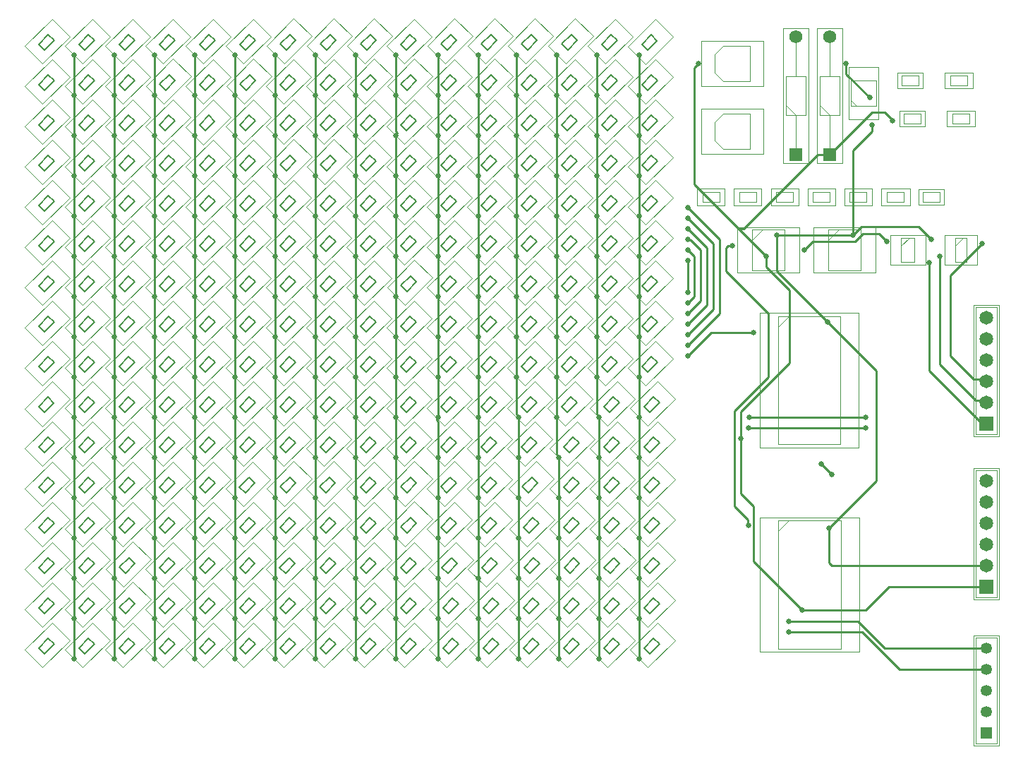
<source format=gbl>
G04*
G04 #@! TF.GenerationSoftware,Altium Limited,Altium Designer,21.1.1 (26)*
G04*
G04 Layer_Physical_Order=2*
G04 Layer_Color=16711680*
%FSLAX24Y24*%
%MOIN*%
G70*
G04*
G04 #@! TF.SameCoordinates,700B35B8-587A-4263-8D9C-AFCFB88697EE*
G04*
G04*
G04 #@! TF.FilePolarity,Positive*
G04*
G01*
G75*
%ADD10C,0.0039*%
%ADD11C,0.0079*%
%ADD12C,0.0100*%
%ADD13C,0.0020*%
%ADD43R,0.0650X0.0650*%
%ADD44C,0.0650*%
%ADD45R,0.0531X0.0531*%
%ADD46C,0.0531*%
%ADD47R,0.0620X0.0620*%
%ADD48C,0.0620*%
%ADD49C,0.0250*%
D10*
X46600Y7400D02*
X47600D01*
X46600D02*
Y13400D01*
X47600D01*
Y7400D02*
Y13400D01*
X46600Y500D02*
X47600D01*
X46600D02*
Y5500D01*
X47600D01*
Y500D02*
Y5500D01*
X46600Y15100D02*
X47600D01*
X46600D02*
Y21100D01*
X47600D01*
Y15100D02*
Y21100D01*
X37263Y20682D02*
X40216D01*
Y14619D02*
Y20682D01*
X37263Y14619D02*
X40216D01*
X37263D02*
Y20682D01*
Y20182D02*
X37763Y20682D01*
X40709Y30609D02*
Y31791D01*
X41891D01*
Y30609D02*
Y31791D01*
X40709Y30609D02*
X41891D01*
X40709Y30865D02*
X40965Y30609D01*
X34677Y30246D02*
X35946D01*
X34254Y29823D02*
X34677Y30246D01*
X34254Y28977D02*
Y29823D01*
Y28977D02*
X34677Y28554D01*
X35946D01*
Y30246D01*
X37637Y30160D02*
Y31991D01*
X38563D01*
Y30160D02*
Y31991D01*
X37637Y30160D02*
X38563D01*
X37637Y30623D02*
X38100Y30160D01*
Y28300D02*
Y30160D01*
Y31991D02*
Y33851D01*
X45506Y30246D02*
X46294D01*
Y29754D02*
Y30246D01*
X45506Y29754D02*
X46294D01*
X45506D02*
Y30246D01*
X43106Y32046D02*
X43894D01*
Y31554D02*
Y32046D01*
X43106Y31554D02*
X43894D01*
X43106D02*
Y32046D01*
X39237Y30160D02*
Y31991D01*
X40163D01*
Y30160D02*
Y31991D01*
X39237Y30160D02*
X40163D01*
X39237Y30623D02*
X39700Y30160D01*
Y28300D02*
Y30160D01*
Y31991D02*
Y33851D01*
X34677Y33446D02*
X35946D01*
X34254Y33023D02*
X34677Y33446D01*
X34254Y32177D02*
Y33023D01*
Y32177D02*
X34677Y31754D01*
X35946D01*
Y33446D01*
X45406Y32046D02*
X46194D01*
Y31554D02*
Y32046D01*
X45406Y31554D02*
X46194D01*
X45406D02*
Y32046D01*
X43206Y30246D02*
X43994D01*
Y29754D02*
Y30246D01*
X43206Y29754D02*
X43994D01*
X43206D02*
Y30246D01*
X45644Y24375D02*
X46156D01*
Y23225D02*
Y24375D01*
X45644Y23225D02*
X46156D01*
X45644D02*
Y24375D01*
Y23999D02*
X46020Y24375D01*
X44106Y26546D02*
X44894D01*
Y26054D02*
Y26546D01*
X44106Y26054D02*
X44894D01*
X44106D02*
Y26546D01*
X40650D02*
X41438D01*
Y26054D02*
Y26546D01*
X40650Y26054D02*
X41438D01*
X40650D02*
Y26546D01*
X38914D02*
X39702D01*
Y26054D02*
Y26546D01*
X38914Y26054D02*
X39702D01*
X38914D02*
Y26546D01*
X37178D02*
X37966D01*
Y26054D02*
Y26546D01*
X37178Y26054D02*
X37966D01*
X37178D02*
Y26546D01*
X35442D02*
X36230D01*
Y26054D02*
Y26546D01*
X35442Y26054D02*
X36230D01*
X35442D02*
Y26546D01*
X33706D02*
X34494D01*
Y26054D02*
Y26546D01*
X33706Y26054D02*
X34494D01*
X33706D02*
Y26546D01*
X42406D02*
X43213D01*
Y26054D02*
Y26546D01*
X42406Y26054D02*
X43213D01*
X42406D02*
Y26546D01*
X43085Y24371D02*
X43715D01*
Y23229D02*
Y24371D01*
X43085Y23229D02*
X43715D01*
X43085D02*
Y24371D01*
Y23997D02*
X43459Y24371D01*
X39632Y24765D02*
X41168D01*
Y22835D02*
Y24765D01*
X39632Y22835D02*
X41168D01*
X39632D02*
Y24765D01*
Y24265D02*
X40132Y24765D01*
X36032D02*
X37568D01*
Y22835D02*
Y24765D01*
X36032Y22835D02*
X37568D01*
X36032D02*
Y24765D01*
Y24265D02*
X36532Y24765D01*
X37284Y11032D02*
X40237D01*
Y4969D02*
Y11032D01*
X37284Y4969D02*
X40237D01*
X37284D02*
Y11032D01*
Y10532D02*
X37784Y11032D01*
X4878Y6214D02*
X5714Y5378D01*
X3584Y4919D02*
X4878Y6214D01*
X3584Y4919D02*
X4419Y4084D01*
X5714Y5378D01*
X14378Y6214D02*
X15214Y5378D01*
X13084Y4919D02*
X14378Y6214D01*
X13084Y4919D02*
X13919Y4084D01*
X15214Y5378D01*
X2519Y30684D02*
X3814Y31978D01*
X1684Y31519D02*
X2519Y30684D01*
X1684Y31519D02*
X2978Y32814D01*
X3814Y31978D01*
X4419Y30684D02*
X5714Y31978D01*
X3584Y31519D02*
X4419Y30684D01*
X3584Y31519D02*
X4878Y32814D01*
X5714Y31978D01*
X31019Y30684D02*
X32314Y31978D01*
X30184Y31519D02*
X31019Y30684D01*
X30184Y31519D02*
X31478Y32814D01*
X32314Y31978D01*
X25319Y30684D02*
X26614Y31978D01*
X24484Y31519D02*
X25319Y30684D01*
X24484Y31519D02*
X25778Y32814D01*
X26614Y31978D01*
X29119Y30684D02*
X30414Y31978D01*
X28284Y31519D02*
X29119Y30684D01*
X28284Y31519D02*
X29578Y32814D01*
X30414Y31978D01*
X27219Y30684D02*
X28514Y31978D01*
X26384Y31519D02*
X27219Y30684D01*
X26384Y31519D02*
X27678Y32814D01*
X28514Y31978D01*
X19628Y30693D02*
X20922Y31987D01*
X18793Y31528D02*
X19628Y30693D01*
X18793Y31528D02*
X20087Y32822D01*
X20922Y31987D01*
X13919Y30684D02*
X15214Y31978D01*
X13084Y31519D02*
X13919Y30684D01*
X13084Y31519D02*
X14378Y32814D01*
X15214Y31978D01*
X15819Y30684D02*
X17114Y31978D01*
X14984Y31519D02*
X15819Y30684D01*
X14984Y31519D02*
X16278Y32814D01*
X17114Y31978D01*
X21519Y30684D02*
X22814Y31978D01*
X20684Y31519D02*
X21519Y30684D01*
X20684Y31519D02*
X21978Y32814D01*
X22814Y31978D01*
X23428Y30693D02*
X24722Y31987D01*
X22593Y31528D02*
X23428Y30693D01*
X22593Y31528D02*
X23887Y32822D01*
X24722Y31987D01*
X17728Y30693D02*
X19022Y31987D01*
X16893Y31528D02*
X17728Y30693D01*
X16893Y31528D02*
X18187Y32822D01*
X19022Y31987D01*
X10119Y30684D02*
X11414Y31978D01*
X9284Y31519D02*
X10119Y30684D01*
X9284Y31519D02*
X10578Y32814D01*
X11414Y31978D01*
X12028Y30693D02*
X13322Y31987D01*
X11193Y31528D02*
X12028Y30693D01*
X11193Y31528D02*
X12487Y32822D01*
X13322Y31987D01*
X8228Y30693D02*
X9522Y31987D01*
X7393Y31528D02*
X8228Y30693D01*
X7393Y31528D02*
X8687Y32822D01*
X9522Y31987D01*
X6319Y30684D02*
X7614Y31978D01*
X5484Y31519D02*
X6319Y30684D01*
X5484Y31519D02*
X6778Y32814D01*
X7614Y31978D01*
X23519Y4084D02*
X24814Y5378D01*
X22684Y4919D02*
X23519Y4084D01*
X22684Y4919D02*
X23978Y6214D01*
X24814Y5378D01*
X6319Y4084D02*
X7614Y5378D01*
X5484Y4919D02*
X6319Y4084D01*
X5484Y4919D02*
X6778Y6214D01*
X7614Y5378D01*
X21619Y4084D02*
X22914Y5378D01*
X20784Y4919D02*
X21619Y4084D01*
X20784Y4919D02*
X22078Y6214D01*
X22914Y5378D01*
X27319Y4084D02*
X28614Y5378D01*
X26484Y4919D02*
X27319Y4084D01*
X26484Y4919D02*
X27778Y6214D01*
X28614Y5378D01*
X25419Y4084D02*
X26714Y5378D01*
X24584Y4919D02*
X25419Y4084D01*
X24584Y4919D02*
X25878Y6214D01*
X26714Y5378D01*
X19619Y4084D02*
X20914Y5378D01*
X18784Y4919D02*
X19619Y4084D01*
X18784Y4919D02*
X20078Y6214D01*
X20914Y5378D01*
X10119Y4084D02*
X11414Y5378D01*
X9284Y4919D02*
X10119Y4084D01*
X9284Y4919D02*
X10578Y6214D01*
X11414Y5378D01*
X12019Y4084D02*
X13314Y5378D01*
X11184Y4919D02*
X12019Y4084D01*
X11184Y4919D02*
X12478Y6214D01*
X13314Y5378D01*
X17719Y4084D02*
X19014Y5378D01*
X16884Y4919D02*
X17719Y4084D01*
X16884Y4919D02*
X18178Y6214D01*
X19014Y5378D01*
X8219Y4084D02*
X9514Y5378D01*
X7384Y4919D02*
X8219Y4084D01*
X7384Y4919D02*
X8678Y6214D01*
X9514Y5378D01*
X15819Y4084D02*
X17114Y5378D01*
X14984Y4919D02*
X15819Y4084D01*
X14984Y4919D02*
X16278Y6214D01*
X17114Y5378D01*
X2519Y4084D02*
X3814Y5378D01*
X1684Y4919D02*
X2519Y4084D01*
X1684Y4919D02*
X2978Y6214D01*
X3814Y5378D01*
X31119Y4084D02*
X32414Y5378D01*
X30284Y4919D02*
X31119Y4084D01*
X30284Y4919D02*
X31578Y6214D01*
X32414Y5378D01*
X29219Y4084D02*
X30514Y5378D01*
X28384Y4919D02*
X29219Y4084D01*
X28384Y4919D02*
X29678Y6214D01*
X30514Y5378D01*
X19619Y5984D02*
X20914Y7278D01*
X18784Y6819D02*
X19619Y5984D01*
X18784Y6819D02*
X20078Y8114D01*
X20914Y7278D01*
X31119Y5984D02*
X32414Y7278D01*
X30284Y6819D02*
X31119Y5984D01*
X30284Y6819D02*
X31578Y8114D01*
X32414Y7278D01*
X21619Y5984D02*
X22914Y7278D01*
X20784Y6819D02*
X21619Y5984D01*
X20784Y6819D02*
X22078Y8114D01*
X22914Y7278D01*
X23519Y5984D02*
X24814Y7278D01*
X22684Y6819D02*
X23519Y5984D01*
X22684Y6819D02*
X23978Y8114D01*
X24814Y7278D01*
X6328Y5993D02*
X7622Y7287D01*
X5493Y6828D02*
X6328Y5993D01*
X5493Y6828D02*
X6787Y8122D01*
X7622Y7287D01*
X17719Y5984D02*
X19014Y7278D01*
X16884Y6819D02*
X17719Y5984D01*
X16884Y6819D02*
X18178Y8114D01*
X19014Y7278D01*
X13919Y5984D02*
X15214Y7278D01*
X13084Y6819D02*
X13919Y5984D01*
X13084Y6819D02*
X14378Y8114D01*
X15214Y7278D01*
X10119Y5984D02*
X11414Y7278D01*
X9284Y6819D02*
X10119Y5984D01*
X9284Y6819D02*
X10578Y8114D01*
X11414Y7278D01*
X12019Y5984D02*
X13314Y7278D01*
X11184Y6819D02*
X12019Y5984D01*
X11184Y6819D02*
X12478Y8114D01*
X13314Y7278D01*
X8219Y5984D02*
X9514Y7278D01*
X7384Y6819D02*
X8219Y5984D01*
X7384Y6819D02*
X8678Y8114D01*
X9514Y7278D01*
X2519Y5984D02*
X3814Y7278D01*
X1684Y6819D02*
X2519Y5984D01*
X1684Y6819D02*
X2978Y8114D01*
X3814Y7278D01*
X15819Y5984D02*
X17114Y7278D01*
X14984Y6819D02*
X15819Y5984D01*
X14984Y6819D02*
X16278Y8114D01*
X17114Y7278D01*
X25419Y5984D02*
X26714Y7278D01*
X24584Y6819D02*
X25419Y5984D01*
X24584Y6819D02*
X25878Y8114D01*
X26714Y7278D01*
X27319Y5984D02*
X28614Y7278D01*
X26484Y6819D02*
X27319Y5984D01*
X26484Y6819D02*
X27778Y8114D01*
X28614Y7278D01*
X4419Y5984D02*
X5714Y7278D01*
X3584Y6819D02*
X4419Y5984D01*
X3584Y6819D02*
X4878Y8114D01*
X5714Y7278D01*
X29219Y5984D02*
X30514Y7278D01*
X28384Y6819D02*
X29219Y5984D01*
X28384Y6819D02*
X29678Y8114D01*
X30514Y7278D01*
X17719Y7884D02*
X19014Y9178D01*
X16884Y8719D02*
X17719Y7884D01*
X16884Y8719D02*
X18178Y10014D01*
X19014Y9178D01*
X19619Y7884D02*
X20914Y9178D01*
X18784Y8719D02*
X19619Y7884D01*
X18784Y8719D02*
X20078Y10014D01*
X20914Y9178D01*
X8219Y7884D02*
X9514Y9178D01*
X7384Y8719D02*
X8219Y7884D01*
X7384Y8719D02*
X8678Y10014D01*
X9514Y9178D01*
X2519Y7884D02*
X3814Y9178D01*
X1684Y8719D02*
X2519Y7884D01*
X1684Y8719D02*
X2978Y10014D01*
X3814Y9178D01*
X10119Y7884D02*
X11414Y9178D01*
X9284Y8719D02*
X10119Y7884D01*
X9284Y8719D02*
X10578Y10014D01*
X11414Y9178D01*
X29228Y7884D02*
X30523Y9178D01*
X28393Y8719D02*
X29228Y7884D01*
X28393Y8719D02*
X29687Y10014D01*
X30523Y9178D01*
X12010Y7884D02*
X13304Y9178D01*
X11175Y8719D02*
X12010Y7884D01*
X11175Y8719D02*
X12469Y10014D01*
X13304Y9178D01*
X13901Y7884D02*
X15195Y9178D01*
X13066Y8719D02*
X13901Y7884D01*
X13066Y8719D02*
X14360Y10014D01*
X15195Y9178D01*
X4419Y7884D02*
X5714Y9178D01*
X3584Y8719D02*
X4419Y7884D01*
X3584Y8719D02*
X4878Y10014D01*
X5714Y9178D01*
X15819Y7884D02*
X17114Y9178D01*
X14984Y8719D02*
X15819Y7884D01*
X14984Y8719D02*
X16278Y10014D01*
X17114Y9178D01*
X27337Y7884D02*
X28632Y9178D01*
X26502Y8719D02*
X27337Y7884D01*
X26502Y8719D02*
X27797Y10014D01*
X28632Y9178D01*
X25446Y7884D02*
X26741Y9178D01*
X24611Y8719D02*
X25446Y7884D01*
X24611Y8719D02*
X25906Y10014D01*
X26741Y9178D01*
X31119Y7884D02*
X32414Y9178D01*
X30284Y8719D02*
X31119Y7884D01*
X30284Y8719D02*
X31578Y10014D01*
X32414Y9178D01*
X21565Y7884D02*
X22859Y9178D01*
X20729Y8719D02*
X21565Y7884D01*
X20729Y8719D02*
X22024Y10014D01*
X22859Y9178D01*
X6328Y7893D02*
X7622Y9187D01*
X5493Y8728D02*
X6328Y7893D01*
X5493Y8728D02*
X6787Y10022D01*
X7622Y9187D01*
X23455Y7884D02*
X24750Y9178D01*
X22620Y8719D02*
X23455Y7884D01*
X22620Y8719D02*
X23915Y10014D01*
X24750Y9178D01*
X2519Y9784D02*
X3814Y11078D01*
X1684Y10619D02*
X2519Y9784D01*
X1684Y10619D02*
X2978Y11914D01*
X3814Y11078D01*
X29219Y9784D02*
X30514Y11078D01*
X28384Y10619D02*
X29219Y9784D01*
X28384Y10619D02*
X29678Y11914D01*
X30514Y11078D01*
X10119Y9784D02*
X11414Y11078D01*
X9284Y10619D02*
X10119Y9784D01*
X9284Y10619D02*
X10578Y11914D01*
X11414Y11078D01*
X6319Y9784D02*
X7614Y11078D01*
X5484Y10619D02*
X6319Y9784D01*
X5484Y10619D02*
X6778Y11914D01*
X7614Y11078D01*
X25419Y9784D02*
X26714Y11078D01*
X24584Y10619D02*
X25419Y9784D01*
X24584Y10619D02*
X25878Y11914D01*
X26714Y11078D01*
X15819Y9784D02*
X17114Y11078D01*
X14984Y10619D02*
X15819Y9784D01*
X14984Y10619D02*
X16278Y11914D01*
X17114Y11078D01*
X13919Y9784D02*
X15214Y11078D01*
X13084Y10619D02*
X13919Y9784D01*
X13084Y10619D02*
X14378Y11914D01*
X15214Y11078D01*
X23419Y9784D02*
X24714Y11078D01*
X22584Y10619D02*
X23419Y9784D01*
X22584Y10619D02*
X23878Y11914D01*
X24714Y11078D01*
X12019Y9784D02*
X13314Y11078D01*
X11184Y10619D02*
X12019Y9784D01*
X11184Y10619D02*
X12478Y11914D01*
X13314Y11078D01*
X31119Y9784D02*
X32414Y11078D01*
X30284Y10619D02*
X31119Y9784D01*
X30284Y10619D02*
X31578Y11914D01*
X32414Y11078D01*
X19628Y9793D02*
X20922Y11087D01*
X18793Y10628D02*
X19628Y9793D01*
X18793Y10628D02*
X20087Y11922D01*
X20922Y11087D01*
X8219Y9784D02*
X9514Y11078D01*
X7384Y10619D02*
X8219Y9784D01*
X7384Y10619D02*
X8678Y11914D01*
X9514Y11078D01*
X17719Y9784D02*
X19014Y11078D01*
X16884Y10619D02*
X17719Y9784D01*
X16884Y10619D02*
X18178Y11914D01*
X19014Y11078D01*
X4419Y9784D02*
X5714Y11078D01*
X3584Y10619D02*
X4419Y9784D01*
X3584Y10619D02*
X4878Y11914D01*
X5714Y11078D01*
X27319Y9784D02*
X28614Y11078D01*
X26484Y10619D02*
X27319Y9784D01*
X26484Y10619D02*
X27778Y11914D01*
X28614Y11078D01*
X21519Y9784D02*
X22814Y11078D01*
X20684Y10619D02*
X21519Y9784D01*
X20684Y10619D02*
X21978Y11914D01*
X22814Y11078D01*
X25364Y11693D02*
X26659Y12987D01*
X24529Y12528D02*
X25364Y11693D01*
X24529Y12528D02*
X25824Y13822D01*
X26659Y12987D01*
X29219Y11684D02*
X30514Y12978D01*
X28384Y12519D02*
X29219Y11684D01*
X28384Y12519D02*
X29678Y13814D01*
X30514Y12978D01*
X11992Y11684D02*
X13286Y12978D01*
X11157Y12519D02*
X11992Y11684D01*
X11157Y12519D02*
X12451Y13814D01*
X13286Y12978D01*
X27319Y11684D02*
X28614Y12978D01*
X26484Y12519D02*
X27319Y11684D01*
X26484Y12519D02*
X27778Y13814D01*
X28614Y12978D01*
X17719Y11684D02*
X19014Y12978D01*
X16884Y12519D02*
X17719Y11684D01*
X16884Y12519D02*
X18178Y13814D01*
X19014Y12978D01*
X21519Y11693D02*
X22813Y12987D01*
X20684Y12528D02*
X21519Y11693D01*
X20684Y12528D02*
X21978Y13822D01*
X22813Y12987D01*
X19628Y11693D02*
X20922Y12987D01*
X18793Y12528D02*
X19628Y11693D01*
X18793Y12528D02*
X20087Y13822D01*
X20922Y12987D01*
X23419Y11684D02*
X24714Y12978D01*
X22584Y12519D02*
X23419Y11684D01*
X22584Y12519D02*
X23878Y13814D01*
X24714Y12978D01*
X13928Y11693D02*
X15222Y12987D01*
X13093Y12528D02*
X13928Y11693D01*
X13093Y12528D02*
X14387Y13822D01*
X15222Y12987D01*
X31119Y11684D02*
X32414Y12978D01*
X30284Y12519D02*
X31119Y11684D01*
X30284Y12519D02*
X31578Y13814D01*
X32414Y12978D01*
X15801Y11693D02*
X17095Y12987D01*
X14965Y12528D02*
X15801Y11693D01*
X14965Y12528D02*
X16260Y13822D01*
X17095Y12987D01*
X6319Y11684D02*
X7614Y12978D01*
X5484Y12519D02*
X6319Y11684D01*
X5484Y12519D02*
X6778Y13814D01*
X7614Y12978D01*
X2519Y11684D02*
X3814Y12978D01*
X1684Y12519D02*
X2519Y11684D01*
X1684Y12519D02*
X2978Y13814D01*
X3814Y12978D01*
X10119Y11684D02*
X11414Y12978D01*
X9284Y12519D02*
X10119Y11684D01*
X9284Y12519D02*
X10578Y13814D01*
X11414Y12978D01*
X4419Y11684D02*
X5714Y12978D01*
X3584Y12519D02*
X4419Y11684D01*
X3584Y12519D02*
X4878Y13814D01*
X5714Y12978D01*
X8219Y11684D02*
X9514Y12978D01*
X7384Y12519D02*
X8219Y11684D01*
X7384Y12519D02*
X8678Y13814D01*
X9514Y12978D01*
X10119Y13584D02*
X11414Y14878D01*
X9284Y14419D02*
X10119Y13584D01*
X9284Y14419D02*
X10578Y15714D01*
X11414Y14878D01*
X12019Y13584D02*
X13314Y14878D01*
X11184Y14419D02*
X12019Y13584D01*
X11184Y14419D02*
X12478Y15714D01*
X13314Y14878D01*
X29219Y13584D02*
X30514Y14878D01*
X28384Y14419D02*
X29219Y13584D01*
X28384Y14419D02*
X29678Y15714D01*
X30514Y14878D01*
X21519Y13584D02*
X22814Y14878D01*
X20684Y14419D02*
X21519Y13584D01*
X20684Y14419D02*
X21978Y15714D01*
X22814Y14878D01*
X8219Y13584D02*
X9514Y14878D01*
X7384Y14419D02*
X8219Y13584D01*
X7384Y14419D02*
X8678Y15714D01*
X9514Y14878D01*
X27319Y13584D02*
X28614Y14878D01*
X26484Y14419D02*
X27319Y13584D01*
X26484Y14419D02*
X27778Y15714D01*
X28614Y14878D01*
X4419Y13584D02*
X5714Y14878D01*
X3584Y14419D02*
X4419Y13584D01*
X3584Y14419D02*
X4878Y15714D01*
X5714Y14878D01*
X2519Y13584D02*
X3814Y14878D01*
X1684Y14419D02*
X2519Y13584D01*
X1684Y14419D02*
X2978Y15714D01*
X3814Y14878D01*
X23419Y13584D02*
X24714Y14878D01*
X22584Y14419D02*
X23419Y13584D01*
X22584Y14419D02*
X23878Y15714D01*
X24714Y14878D01*
X19619Y13584D02*
X20914Y14878D01*
X18784Y14419D02*
X19619Y13584D01*
X18784Y14419D02*
X20078Y15714D01*
X20914Y14878D01*
X31119Y13584D02*
X32414Y14878D01*
X30284Y14419D02*
X31119Y13584D01*
X30284Y14419D02*
X31578Y15714D01*
X32414Y14878D01*
X25319Y13584D02*
X26614Y14878D01*
X24484Y14419D02*
X25319Y13584D01*
X24484Y14419D02*
X25778Y15714D01*
X26614Y14878D01*
X13919Y13584D02*
X15214Y14878D01*
X13084Y14419D02*
X13919Y13584D01*
X13084Y14419D02*
X14378Y15714D01*
X15214Y14878D01*
X6319Y13584D02*
X7614Y14878D01*
X5484Y14419D02*
X6319Y13584D01*
X5484Y14419D02*
X6778Y15714D01*
X7614Y14878D01*
X17719Y13584D02*
X19014Y14878D01*
X16884Y14419D02*
X17719Y13584D01*
X16884Y14419D02*
X18178Y15714D01*
X19014Y14878D01*
X23419Y15484D02*
X24714Y16778D01*
X22584Y16319D02*
X23419Y15484D01*
X22584Y16319D02*
X23878Y17614D01*
X24714Y16778D01*
X25319Y15484D02*
X26614Y16778D01*
X24484Y16319D02*
X25319Y15484D01*
X24484Y16319D02*
X25778Y17614D01*
X26614Y16778D01*
X13919Y15484D02*
X15214Y16778D01*
X13084Y16319D02*
X13919Y15484D01*
X13084Y16319D02*
X14378Y17614D01*
X15214Y16778D01*
X31119Y15484D02*
X32414Y16778D01*
X30284Y16319D02*
X31119Y15484D01*
X30284Y16319D02*
X31578Y17614D01*
X32414Y16778D01*
X27219Y15484D02*
X28514Y16778D01*
X26384Y16319D02*
X27219Y15484D01*
X26384Y16319D02*
X27678Y17614D01*
X28514Y16778D01*
X4419Y15484D02*
X5714Y16778D01*
X3584Y16319D02*
X4419Y15484D01*
X3584Y16319D02*
X4878Y17614D01*
X5714Y16778D01*
X21519Y15484D02*
X22814Y16778D01*
X20684Y16319D02*
X21519Y15484D01*
X20684Y16319D02*
X21978Y17614D01*
X22814Y16778D01*
X15819Y15484D02*
X17114Y16778D01*
X14984Y16319D02*
X15819Y15484D01*
X14984Y16319D02*
X16278Y17614D01*
X17114Y16778D01*
X10119Y15484D02*
X11414Y16778D01*
X9284Y16319D02*
X10119Y15484D01*
X9284Y16319D02*
X10578Y17614D01*
X11414Y16778D01*
X6319Y15484D02*
X7614Y16778D01*
X5484Y16319D02*
X6319Y15484D01*
X5484Y16319D02*
X6778Y17614D01*
X7614Y16778D01*
X12019Y15484D02*
X13314Y16778D01*
X11184Y16319D02*
X12019Y15484D01*
X11184Y16319D02*
X12478Y17614D01*
X13314Y16778D01*
X2510Y15475D02*
X3805Y16770D01*
X1675Y16310D02*
X2510Y15475D01*
X1675Y16310D02*
X2970Y17605D01*
X3805Y16770D01*
X19619Y15484D02*
X20914Y16778D01*
X18784Y16319D02*
X19619Y15484D01*
X18784Y16319D02*
X20078Y17614D01*
X20914Y16778D01*
X8219Y15484D02*
X9514Y16778D01*
X7384Y16319D02*
X8219Y15484D01*
X7384Y16319D02*
X8678Y17614D01*
X9514Y16778D01*
X29219Y15484D02*
X30514Y16778D01*
X28384Y16319D02*
X29219Y15484D01*
X28384Y16319D02*
X29678Y17614D01*
X30514Y16778D01*
X17719Y15484D02*
X19014Y16778D01*
X16884Y16319D02*
X17719Y15484D01*
X16884Y16319D02*
X18178Y17614D01*
X19014Y16778D01*
X25319Y17384D02*
X26614Y18678D01*
X24484Y18219D02*
X25319Y17384D01*
X24484Y18219D02*
X25778Y19514D01*
X26614Y18678D01*
X21519Y17384D02*
X22814Y18678D01*
X20684Y18219D02*
X21519Y17384D01*
X20684Y18219D02*
X21978Y19514D01*
X22814Y18678D01*
X6319Y17384D02*
X7614Y18678D01*
X5484Y18219D02*
X6319Y17384D01*
X5484Y18219D02*
X6778Y19514D01*
X7614Y18678D01*
X19619Y17384D02*
X20914Y18678D01*
X18784Y18219D02*
X19619Y17384D01*
X18784Y18219D02*
X20078Y19514D01*
X20914Y18678D01*
X8219Y17384D02*
X9514Y18678D01*
X7384Y18219D02*
X8219Y17384D01*
X7384Y18219D02*
X8678Y19514D01*
X9514Y18678D01*
X23419Y17384D02*
X24714Y18678D01*
X22584Y18219D02*
X23419Y17384D01*
X22584Y18219D02*
X23878Y19514D01*
X24714Y18678D01*
X17719Y17384D02*
X19014Y18678D01*
X16884Y18219D02*
X17719Y17384D01*
X16884Y18219D02*
X18178Y19514D01*
X19014Y18678D01*
X12019Y17384D02*
X13314Y18678D01*
X11184Y18219D02*
X12019Y17384D01*
X11184Y18219D02*
X12478Y19514D01*
X13314Y18678D01*
X10119Y17384D02*
X11414Y18678D01*
X9284Y18219D02*
X10119Y17384D01*
X9284Y18219D02*
X10578Y19514D01*
X11414Y18678D01*
X27219Y17384D02*
X28514Y18678D01*
X26384Y18219D02*
X27219Y17384D01*
X26384Y18219D02*
X27678Y19514D01*
X28514Y18678D01*
X29119Y17384D02*
X30414Y18678D01*
X28284Y18219D02*
X29119Y17384D01*
X28284Y18219D02*
X29578Y19514D01*
X30414Y18678D01*
X13919Y17384D02*
X15214Y18678D01*
X13084Y18219D02*
X13919Y17384D01*
X13084Y18219D02*
X14378Y19514D01*
X15214Y18678D01*
X2519Y17384D02*
X3814Y18678D01*
X1684Y18219D02*
X2519Y17384D01*
X1684Y18219D02*
X2978Y19514D01*
X3814Y18678D01*
X15819Y17384D02*
X17114Y18678D01*
X14984Y18219D02*
X15819Y17384D01*
X14984Y18219D02*
X16278Y19514D01*
X17114Y18678D01*
X31019Y17384D02*
X32314Y18678D01*
X30184Y18219D02*
X31019Y17384D01*
X30184Y18219D02*
X31478Y19514D01*
X32314Y18678D01*
X4419Y17384D02*
X5714Y18678D01*
X3584Y18219D02*
X4419Y17384D01*
X3584Y18219D02*
X4878Y19514D01*
X5714Y18678D01*
X19619Y19284D02*
X20914Y20578D01*
X18784Y20119D02*
X19619Y19284D01*
X18784Y20119D02*
X20078Y21414D01*
X20914Y20578D01*
X2519Y19284D02*
X3814Y20578D01*
X1684Y20119D02*
X2519Y19284D01*
X1684Y20119D02*
X2978Y21414D01*
X3814Y20578D01*
X21519Y19284D02*
X22814Y20578D01*
X20684Y20119D02*
X21519Y19284D01*
X20684Y20119D02*
X21978Y21414D01*
X22814Y20578D01*
X10119Y19284D02*
X11414Y20578D01*
X9284Y20119D02*
X10119Y19284D01*
X9284Y20119D02*
X10578Y21414D01*
X11414Y20578D01*
X6319Y19284D02*
X7614Y20578D01*
X5484Y20119D02*
X6319Y19284D01*
X5484Y20119D02*
X6778Y21414D01*
X7614Y20578D01*
X12019Y19284D02*
X13314Y20578D01*
X11184Y20119D02*
X12019Y19284D01*
X11184Y20119D02*
X12478Y21414D01*
X13314Y20578D01*
X31019Y19284D02*
X32314Y20578D01*
X30184Y20119D02*
X31019Y19284D01*
X30184Y20119D02*
X31478Y21414D01*
X32314Y20578D01*
X17719Y19284D02*
X19014Y20578D01*
X16884Y20119D02*
X17719Y19284D01*
X16884Y20119D02*
X18178Y21414D01*
X19014Y20578D01*
X27219Y19284D02*
X28514Y20578D01*
X26384Y20119D02*
X27219Y19284D01*
X26384Y20119D02*
X27678Y21414D01*
X28514Y20578D01*
X23419Y19284D02*
X24714Y20578D01*
X22584Y20119D02*
X23419Y19284D01*
X22584Y20119D02*
X23878Y21414D01*
X24714Y20578D01*
X4419Y19284D02*
X5714Y20578D01*
X3584Y20119D02*
X4419Y19284D01*
X3584Y20119D02*
X4878Y21414D01*
X5714Y20578D01*
X8219Y19284D02*
X9514Y20578D01*
X7384Y20119D02*
X8219Y19284D01*
X7384Y20119D02*
X8678Y21414D01*
X9514Y20578D01*
X25319Y19284D02*
X26614Y20578D01*
X24484Y20119D02*
X25319Y19284D01*
X24484Y20119D02*
X25778Y21414D01*
X26614Y20578D01*
X13919Y19284D02*
X15214Y20578D01*
X13084Y20119D02*
X13919Y19284D01*
X13084Y20119D02*
X14378Y21414D01*
X15214Y20578D01*
X29119Y19284D02*
X30414Y20578D01*
X28284Y20119D02*
X29119Y19284D01*
X28284Y20119D02*
X29578Y21414D01*
X30414Y20578D01*
X15819Y19284D02*
X17114Y20578D01*
X14984Y20119D02*
X15819Y19284D01*
X14984Y20119D02*
X16278Y21414D01*
X17114Y20578D01*
X25319Y21184D02*
X26614Y22478D01*
X24484Y22019D02*
X25319Y21184D01*
X24484Y22019D02*
X25778Y23314D01*
X26614Y22478D01*
X4419Y21184D02*
X5714Y22478D01*
X3584Y22019D02*
X4419Y21184D01*
X3584Y22019D02*
X4878Y23314D01*
X5714Y22478D01*
X31019Y21184D02*
X32314Y22478D01*
X30184Y22019D02*
X31019Y21184D01*
X30184Y22019D02*
X31478Y23314D01*
X32314Y22478D01*
X27219Y21184D02*
X28514Y22478D01*
X26384Y22019D02*
X27219Y21184D01*
X26384Y22019D02*
X27678Y23314D01*
X28514Y22478D01*
X23419Y21184D02*
X24714Y22478D01*
X22584Y22019D02*
X23419Y21184D01*
X22584Y22019D02*
X23878Y23314D01*
X24714Y22478D01*
X29119Y21184D02*
X30414Y22478D01*
X28284Y22019D02*
X29119Y21184D01*
X28284Y22019D02*
X29578Y23314D01*
X30414Y22478D01*
X6319Y21184D02*
X7614Y22478D01*
X5484Y22019D02*
X6319Y21184D01*
X5484Y22019D02*
X6778Y23314D01*
X7614Y22478D01*
X21519Y21184D02*
X22814Y22478D01*
X20684Y22019D02*
X21519Y21184D01*
X20684Y22019D02*
X21978Y23314D01*
X22814Y22478D01*
X2519Y21184D02*
X3814Y22478D01*
X1684Y22019D02*
X2519Y21184D01*
X1684Y22019D02*
X2978Y23314D01*
X3814Y22478D01*
X13919Y21184D02*
X15214Y22478D01*
X13084Y22019D02*
X13919Y21184D01*
X13084Y22019D02*
X14378Y23314D01*
X15214Y22478D01*
X10119Y21184D02*
X11414Y22478D01*
X9284Y22019D02*
X10119Y21184D01*
X9284Y22019D02*
X10578Y23314D01*
X11414Y22478D01*
X15819Y21184D02*
X17114Y22478D01*
X14984Y22019D02*
X15819Y21184D01*
X14984Y22019D02*
X16278Y23314D01*
X17114Y22478D01*
X17719Y21184D02*
X19014Y22478D01*
X16884Y22019D02*
X17719Y21184D01*
X16884Y22019D02*
X18178Y23314D01*
X19014Y22478D01*
X8219Y21184D02*
X9514Y22478D01*
X7384Y22019D02*
X8219Y21184D01*
X7384Y22019D02*
X8678Y23314D01*
X9514Y22478D01*
X19628Y21193D02*
X20922Y22487D01*
X18793Y22028D02*
X19628Y21193D01*
X18793Y22028D02*
X20087Y23322D01*
X20922Y22487D01*
X12019Y21184D02*
X13314Y22478D01*
X11184Y22019D02*
X12019Y21184D01*
X11184Y22019D02*
X12478Y23314D01*
X13314Y22478D01*
X4419Y23084D02*
X5714Y24378D01*
X3584Y23919D02*
X4419Y23084D01*
X3584Y23919D02*
X4878Y25214D01*
X5714Y24378D01*
X15819Y23084D02*
X17114Y24378D01*
X14984Y23919D02*
X15819Y23084D01*
X14984Y23919D02*
X16278Y25214D01*
X17114Y24378D01*
X23419Y23084D02*
X24714Y24378D01*
X22584Y23919D02*
X23419Y23084D01*
X22584Y23919D02*
X23878Y25214D01*
X24714Y24378D01*
X17719Y23084D02*
X19014Y24378D01*
X16884Y23919D02*
X17719Y23084D01*
X16884Y23919D02*
X18178Y25214D01*
X19014Y24378D01*
X31019Y23084D02*
X32314Y24378D01*
X30184Y23919D02*
X31019Y23084D01*
X30184Y23919D02*
X31478Y25214D01*
X32314Y24378D01*
X10119Y23084D02*
X11414Y24378D01*
X9284Y23919D02*
X10119Y23084D01*
X9284Y23919D02*
X10578Y25214D01*
X11414Y24378D01*
X27219Y23084D02*
X28514Y24378D01*
X26384Y23919D02*
X27219Y23084D01*
X26384Y23919D02*
X27678Y25214D01*
X28514Y24378D01*
X2519Y23084D02*
X3814Y24378D01*
X1684Y23919D02*
X2519Y23084D01*
X1684Y23919D02*
X2978Y25214D01*
X3814Y24378D01*
X29119Y23084D02*
X30414Y24378D01*
X28284Y23919D02*
X29119Y23084D01*
X28284Y23919D02*
X29578Y25214D01*
X30414Y24378D01*
X12019Y23084D02*
X13314Y24378D01*
X11184Y23919D02*
X12019Y23084D01*
X11184Y23919D02*
X12478Y25214D01*
X13314Y24378D01*
X8219Y23084D02*
X9514Y24378D01*
X7384Y23919D02*
X8219Y23084D01*
X7384Y23919D02*
X8678Y25214D01*
X9514Y24378D01*
X25319Y23084D02*
X26614Y24378D01*
X24484Y23919D02*
X25319Y23084D01*
X24484Y23919D02*
X25778Y25214D01*
X26614Y24378D01*
X13919Y23084D02*
X15214Y24378D01*
X13084Y23919D02*
X13919Y23084D01*
X13084Y23919D02*
X14378Y25214D01*
X15214Y24378D01*
X6319Y23084D02*
X7614Y24378D01*
X5484Y23919D02*
X6319Y23084D01*
X5484Y23919D02*
X6778Y25214D01*
X7614Y24378D01*
X21519Y23084D02*
X22814Y24378D01*
X20684Y23919D02*
X21519Y23084D01*
X20684Y23919D02*
X21978Y25214D01*
X22814Y24378D01*
X19619Y23084D02*
X20914Y24378D01*
X18784Y23919D02*
X19619Y23084D01*
X18784Y23919D02*
X20078Y25214D01*
X20914Y24378D01*
X25319Y24984D02*
X26614Y26278D01*
X24484Y25819D02*
X25319Y24984D01*
X24484Y25819D02*
X25778Y27114D01*
X26614Y26278D01*
X19619Y24984D02*
X20914Y26278D01*
X18784Y25819D02*
X19619Y24984D01*
X18784Y25819D02*
X20078Y27114D01*
X20914Y26278D01*
X15819Y24984D02*
X17114Y26278D01*
X14984Y25819D02*
X15819Y24984D01*
X14984Y25819D02*
X16278Y27114D01*
X17114Y26278D01*
X8219Y24984D02*
X9514Y26278D01*
X7384Y25819D02*
X8219Y24984D01*
X7384Y25819D02*
X8678Y27114D01*
X9514Y26278D01*
X23419Y24984D02*
X24714Y26278D01*
X22584Y25819D02*
X23419Y24984D01*
X22584Y25819D02*
X23878Y27114D01*
X24714Y26278D01*
X12019Y24984D02*
X13314Y26278D01*
X11184Y25819D02*
X12019Y24984D01*
X11184Y25819D02*
X12478Y27114D01*
X13314Y26278D01*
X17719Y24984D02*
X19014Y26278D01*
X16884Y25819D02*
X17719Y24984D01*
X16884Y25819D02*
X18178Y27114D01*
X19014Y26278D01*
X2519Y24984D02*
X3814Y26278D01*
X1684Y25819D02*
X2519Y24984D01*
X1684Y25819D02*
X2978Y27114D01*
X3814Y26278D01*
X29119Y24984D02*
X30414Y26278D01*
X28284Y25819D02*
X29119Y24984D01*
X28284Y25819D02*
X29578Y27114D01*
X30414Y26278D01*
X10119Y24984D02*
X11414Y26278D01*
X9284Y25819D02*
X10119Y24984D01*
X9284Y25819D02*
X10578Y27114D01*
X11414Y26278D01*
X4419Y24984D02*
X5714Y26278D01*
X3584Y25819D02*
X4419Y24984D01*
X3584Y25819D02*
X4878Y27114D01*
X5714Y26278D01*
X31019Y24984D02*
X32314Y26278D01*
X30184Y25819D02*
X31019Y24984D01*
X30184Y25819D02*
X31478Y27114D01*
X32314Y26278D01*
X13919Y24984D02*
X15214Y26278D01*
X13084Y25819D02*
X13919Y24984D01*
X13084Y25819D02*
X14378Y27114D01*
X15214Y26278D01*
X27219Y24984D02*
X28514Y26278D01*
X26384Y25819D02*
X27219Y24984D01*
X26384Y25819D02*
X27678Y27114D01*
X28514Y26278D01*
X21519Y24984D02*
X22814Y26278D01*
X20684Y25819D02*
X21519Y24984D01*
X20684Y25819D02*
X21978Y27114D01*
X22814Y26278D01*
X6319Y24984D02*
X7614Y26278D01*
X5484Y25819D02*
X6319Y24984D01*
X5484Y25819D02*
X6778Y27114D01*
X7614Y26278D01*
X8219Y26884D02*
X9514Y28178D01*
X7384Y27719D02*
X8219Y26884D01*
X7384Y27719D02*
X8678Y29014D01*
X9514Y28178D01*
X27219Y26884D02*
X28514Y28178D01*
X26384Y27719D02*
X27219Y26884D01*
X26384Y27719D02*
X27678Y29014D01*
X28514Y28178D01*
X13928Y26893D02*
X15222Y28187D01*
X13093Y27728D02*
X13928Y26893D01*
X13093Y27728D02*
X14387Y29022D01*
X15222Y28187D01*
X2519Y26884D02*
X3814Y28178D01*
X1684Y27719D02*
X2519Y26884D01*
X1684Y27719D02*
X2978Y29014D01*
X3814Y28178D01*
X25319Y26884D02*
X26614Y28178D01*
X24484Y27719D02*
X25319Y26884D01*
X24484Y27719D02*
X25778Y29014D01*
X26614Y28178D01*
X23419Y26884D02*
X24714Y28178D01*
X22584Y27719D02*
X23419Y26884D01*
X22584Y27719D02*
X23878Y29014D01*
X24714Y28178D01*
X12019Y26884D02*
X13314Y28178D01*
X11184Y27719D02*
X12019Y26884D01*
X11184Y27719D02*
X12478Y29014D01*
X13314Y28178D01*
X6319Y26884D02*
X7614Y28178D01*
X5484Y27719D02*
X6319Y26884D01*
X5484Y27719D02*
X6778Y29014D01*
X7614Y28178D01*
X19619Y26884D02*
X20914Y28178D01*
X18784Y27719D02*
X19619Y26884D01*
X18784Y27719D02*
X20078Y29014D01*
X20914Y28178D01*
X31019Y26884D02*
X32314Y28178D01*
X30184Y27719D02*
X31019Y26884D01*
X30184Y27719D02*
X31478Y29014D01*
X32314Y28178D01*
X21519Y26884D02*
X22814Y28178D01*
X20684Y27719D02*
X21519Y26884D01*
X20684Y27719D02*
X21978Y29014D01*
X22814Y28178D01*
X10119Y26884D02*
X11414Y28178D01*
X9284Y27719D02*
X10119Y26884D01*
X9284Y27719D02*
X10578Y29014D01*
X11414Y28178D01*
X15828Y26893D02*
X17122Y28187D01*
X14993Y27728D02*
X15828Y26893D01*
X14993Y27728D02*
X16287Y29022D01*
X17122Y28187D01*
X17719Y26884D02*
X19014Y28178D01*
X16884Y27719D02*
X17719Y26884D01*
X16884Y27719D02*
X18178Y29014D01*
X19014Y28178D01*
X29119Y26884D02*
X30414Y28178D01*
X28284Y27719D02*
X29119Y26884D01*
X28284Y27719D02*
X29578Y29014D01*
X30414Y28178D01*
X4419Y26884D02*
X5714Y28178D01*
X3584Y27719D02*
X4419Y26884D01*
X3584Y27719D02*
X4878Y29014D01*
X5714Y28178D01*
X10110Y28775D02*
X11405Y30070D01*
X9275Y29610D02*
X10110Y28775D01*
X9275Y29610D02*
X10570Y30905D01*
X11405Y30070D01*
X12019Y28784D02*
X13314Y30078D01*
X11184Y29619D02*
X12019Y28784D01*
X11184Y29619D02*
X12478Y30914D01*
X13314Y30078D01*
X19619Y28784D02*
X20914Y30078D01*
X18784Y29619D02*
X19619Y28784D01*
X18784Y29619D02*
X20078Y30914D01*
X20914Y30078D01*
X27219Y28784D02*
X28514Y30078D01*
X26384Y29619D02*
X27219Y28784D01*
X26384Y29619D02*
X27678Y30914D01*
X28514Y30078D01*
X6319Y28784D02*
X7614Y30078D01*
X5484Y29619D02*
X6319Y28784D01*
X5484Y29619D02*
X6778Y30914D01*
X7614Y30078D01*
X29119Y28784D02*
X30414Y30078D01*
X28284Y29619D02*
X29119Y28784D01*
X28284Y29619D02*
X29578Y30914D01*
X30414Y30078D01*
X2519Y28784D02*
X3814Y30078D01*
X1684Y29619D02*
X2519Y28784D01*
X1684Y29619D02*
X2978Y30914D01*
X3814Y30078D01*
X31019Y28784D02*
X32314Y30078D01*
X30184Y29619D02*
X31019Y28784D01*
X30184Y29619D02*
X31478Y30914D01*
X32314Y30078D01*
X21519Y28784D02*
X22814Y30078D01*
X20684Y29619D02*
X21519Y28784D01*
X20684Y29619D02*
X21978Y30914D01*
X22814Y30078D01*
X8219Y28784D02*
X9514Y30078D01*
X7384Y29619D02*
X8219Y28784D01*
X7384Y29619D02*
X8678Y30914D01*
X9514Y30078D01*
X23419Y28784D02*
X24714Y30078D01*
X22584Y29619D02*
X23419Y28784D01*
X22584Y29619D02*
X23878Y30914D01*
X24714Y30078D01*
X25319Y28784D02*
X26614Y30078D01*
X24484Y29619D02*
X25319Y28784D01*
X24484Y29619D02*
X25778Y30914D01*
X26614Y30078D01*
X15819Y28784D02*
X17114Y30078D01*
X14984Y29619D02*
X15819Y28784D01*
X14984Y29619D02*
X16278Y30914D01*
X17114Y30078D01*
X4419Y28784D02*
X5714Y30078D01*
X3584Y29619D02*
X4419Y28784D01*
X3584Y29619D02*
X4878Y30914D01*
X5714Y30078D01*
X17719Y28784D02*
X19014Y30078D01*
X16884Y29619D02*
X17719Y28784D01*
X16884Y29619D02*
X18178Y30914D01*
X19014Y30078D01*
X13919Y28784D02*
X15214Y30078D01*
X13084Y29619D02*
X13919Y28784D01*
X13084Y29619D02*
X14378Y30914D01*
X15214Y30078D01*
X4419Y32584D02*
X5714Y33878D01*
X3584Y33419D02*
X4419Y32584D01*
X3584Y33419D02*
X4878Y34714D01*
X5714Y33878D01*
X6319Y32584D02*
X7614Y33878D01*
X5484Y33419D02*
X6319Y32584D01*
X5484Y33419D02*
X6778Y34714D01*
X7614Y33878D01*
X2519Y32584D02*
X3814Y33878D01*
X1684Y33419D02*
X2519Y32584D01*
X1684Y33419D02*
X2978Y34714D01*
X3814Y33878D01*
X21528Y32593D02*
X22822Y33887D01*
X20693Y33428D02*
X21528Y32593D01*
X20693Y33428D02*
X21987Y34722D01*
X22822Y33887D01*
X31010Y32575D02*
X32305Y33870D01*
X30175Y33410D02*
X31010Y32575D01*
X30175Y33410D02*
X31470Y34705D01*
X32305Y33870D01*
X25328Y32593D02*
X26622Y33887D01*
X24493Y33428D02*
X25328Y32593D01*
X24493Y33428D02*
X25787Y34722D01*
X26622Y33887D01*
X15828Y32593D02*
X17122Y33887D01*
X14993Y33428D02*
X15828Y32593D01*
X14993Y33428D02*
X16287Y34722D01*
X17122Y33887D01*
X12019Y32584D02*
X13314Y33878D01*
X11184Y33419D02*
X12019Y32584D01*
X11184Y33419D02*
X12478Y34714D01*
X13314Y33878D01*
X17728Y32593D02*
X19022Y33887D01*
X16893Y33428D02*
X17728Y32593D01*
X16893Y33428D02*
X18187Y34722D01*
X19022Y33887D01*
X8219Y32584D02*
X9514Y33878D01*
X7384Y33419D02*
X8219Y32584D01*
X7384Y33419D02*
X8678Y34714D01*
X9514Y33878D01*
X23428Y32593D02*
X24722Y33887D01*
X22593Y33428D02*
X23428Y32593D01*
X22593Y33428D02*
X23887Y34722D01*
X24722Y33887D01*
X13928Y32593D02*
X15222Y33887D01*
X13093Y33428D02*
X13928Y32593D01*
X13093Y33428D02*
X14387Y34722D01*
X15222Y33887D01*
X19619Y32584D02*
X20914Y33878D01*
X18784Y33419D02*
X19619Y32584D01*
X18784Y33419D02*
X20078Y34714D01*
X20914Y33878D01*
X10119Y32584D02*
X11414Y33878D01*
X9284Y33419D02*
X10119Y32584D01*
X9284Y33419D02*
X10578Y34714D01*
X11414Y33878D01*
X29119Y32584D02*
X30414Y33878D01*
X28284Y33419D02*
X29119Y32584D01*
X28284Y33419D02*
X29578Y34714D01*
X30414Y33878D01*
X27228Y32593D02*
X28522Y33887D01*
X26393Y33428D02*
X27228Y32593D01*
X26393Y33428D02*
X27687Y34722D01*
X28522Y33887D01*
X15819Y13584D02*
X17114Y14878D01*
X14984Y14419D02*
X15819Y13584D01*
X14984Y14419D02*
X16278Y15714D01*
X17114Y14878D01*
D11*
X4684Y5462D02*
X4962Y5184D01*
X4238Y5016D02*
X4684Y5462D01*
X4238Y5016D02*
X4516Y4738D01*
X4962Y5184D01*
X14184Y5462D02*
X14462Y5184D01*
X13738Y5016D02*
X14184Y5462D01*
X13738Y5016D02*
X14016Y4738D01*
X14462Y5184D01*
X2616Y31338D02*
X3062Y31784D01*
X2338Y31616D02*
X2616Y31338D01*
X2338Y31616D02*
X2784Y32062D01*
X3062Y31784D01*
X4516Y31338D02*
X4962Y31784D01*
X4238Y31616D02*
X4516Y31338D01*
X4238Y31616D02*
X4684Y32062D01*
X4962Y31784D01*
X31116Y31338D02*
X31562Y31784D01*
X30838Y31616D02*
X31116Y31338D01*
X30838Y31616D02*
X31284Y32062D01*
X31562Y31784D01*
X25416Y31338D02*
X25862Y31784D01*
X25138Y31616D02*
X25416Y31338D01*
X25138Y31616D02*
X25584Y32062D01*
X25862Y31784D01*
X29216Y31338D02*
X29662Y31784D01*
X28938Y31616D02*
X29216Y31338D01*
X28938Y31616D02*
X29384Y32062D01*
X29662Y31784D01*
X27316Y31338D02*
X27762Y31784D01*
X27038Y31616D02*
X27316Y31338D01*
X27038Y31616D02*
X27484Y32062D01*
X27762Y31784D01*
X19725Y31347D02*
X20171Y31792D01*
X19447Y31625D02*
X19725Y31347D01*
X19447Y31625D02*
X19892Y32071D01*
X20171Y31792D01*
X14016Y31338D02*
X14462Y31784D01*
X13738Y31616D02*
X14016Y31338D01*
X13738Y31616D02*
X14184Y32062D01*
X14462Y31784D01*
X15916Y31338D02*
X16362Y31784D01*
X15638Y31616D02*
X15916Y31338D01*
X15638Y31616D02*
X16084Y32062D01*
X16362Y31784D01*
X21616Y31338D02*
X22062Y31784D01*
X21338Y31616D02*
X21616Y31338D01*
X21338Y31616D02*
X21784Y32062D01*
X22062Y31784D01*
X23525Y31347D02*
X23971Y31792D01*
X23247Y31625D02*
X23525Y31347D01*
X23247Y31625D02*
X23692Y32071D01*
X23971Y31792D01*
X17825Y31347D02*
X18271Y31792D01*
X17547Y31625D02*
X17825Y31347D01*
X17547Y31625D02*
X17992Y32071D01*
X18271Y31792D01*
X10216Y31338D02*
X10662Y31784D01*
X9938Y31616D02*
X10216Y31338D01*
X9938Y31616D02*
X10384Y32062D01*
X10662Y31784D01*
X12125Y31347D02*
X12571Y31792D01*
X11847Y31625D02*
X12125Y31347D01*
X11847Y31625D02*
X12292Y32071D01*
X12571Y31792D01*
X8325Y31347D02*
X8771Y31792D01*
X8047Y31625D02*
X8325Y31347D01*
X8047Y31625D02*
X8492Y32071D01*
X8771Y31792D01*
X6416Y31338D02*
X6862Y31784D01*
X6138Y31616D02*
X6416Y31338D01*
X6138Y31616D02*
X6584Y32062D01*
X6862Y31784D01*
X23616Y4738D02*
X24062Y5184D01*
X23338Y5016D02*
X23616Y4738D01*
X23338Y5016D02*
X23784Y5462D01*
X24062Y5184D01*
X6416Y4738D02*
X6862Y5184D01*
X6138Y5016D02*
X6416Y4738D01*
X6138Y5016D02*
X6584Y5462D01*
X6862Y5184D01*
X21716Y4738D02*
X22162Y5184D01*
X21438Y5016D02*
X21716Y4738D01*
X21438Y5016D02*
X21884Y5462D01*
X22162Y5184D01*
X27416Y4738D02*
X27862Y5184D01*
X27138Y5016D02*
X27416Y4738D01*
X27138Y5016D02*
X27584Y5462D01*
X27862Y5184D01*
X25516Y4738D02*
X25962Y5184D01*
X25238Y5016D02*
X25516Y4738D01*
X25238Y5016D02*
X25684Y5462D01*
X25962Y5184D01*
X19716Y4738D02*
X20162Y5184D01*
X19438Y5016D02*
X19716Y4738D01*
X19438Y5016D02*
X19884Y5462D01*
X20162Y5184D01*
X10216Y4738D02*
X10662Y5184D01*
X9938Y5016D02*
X10216Y4738D01*
X9938Y5016D02*
X10384Y5462D01*
X10662Y5184D01*
X12116Y4738D02*
X12562Y5184D01*
X11838Y5016D02*
X12116Y4738D01*
X11838Y5016D02*
X12284Y5462D01*
X12562Y5184D01*
X17816Y4738D02*
X18262Y5184D01*
X17538Y5016D02*
X17816Y4738D01*
X17538Y5016D02*
X17984Y5462D01*
X18262Y5184D01*
X8316Y4738D02*
X8762Y5184D01*
X8038Y5016D02*
X8316Y4738D01*
X8038Y5016D02*
X8484Y5462D01*
X8762Y5184D01*
X15916Y4738D02*
X16362Y5184D01*
X15638Y5016D02*
X15916Y4738D01*
X15638Y5016D02*
X16084Y5462D01*
X16362Y5184D01*
X2616Y4738D02*
X3062Y5184D01*
X2338Y5016D02*
X2616Y4738D01*
X2338Y5016D02*
X2784Y5462D01*
X3062Y5184D01*
X31216Y4738D02*
X31662Y5184D01*
X30938Y5016D02*
X31216Y4738D01*
X30938Y5016D02*
X31384Y5462D01*
X31662Y5184D01*
X29316Y4738D02*
X29762Y5184D01*
X29038Y5016D02*
X29316Y4738D01*
X29038Y5016D02*
X29484Y5462D01*
X29762Y5184D01*
X19716Y6638D02*
X20162Y7084D01*
X19438Y6916D02*
X19716Y6638D01*
X19438Y6916D02*
X19884Y7362D01*
X20162Y7084D01*
X31216Y6638D02*
X31662Y7084D01*
X30938Y6916D02*
X31216Y6638D01*
X30938Y6916D02*
X31384Y7362D01*
X31662Y7084D01*
X21716Y6638D02*
X22162Y7084D01*
X21438Y6916D02*
X21716Y6638D01*
X21438Y6916D02*
X21884Y7362D01*
X22162Y7084D01*
X23616Y6638D02*
X24062Y7084D01*
X23338Y6916D02*
X23616Y6638D01*
X23338Y6916D02*
X23784Y7362D01*
X24062Y7084D01*
X6425Y6647D02*
X6871Y7092D01*
X6147Y6925D02*
X6425Y6647D01*
X6147Y6925D02*
X6592Y7371D01*
X6871Y7092D01*
X17816Y6638D02*
X18262Y7084D01*
X17538Y6916D02*
X17816Y6638D01*
X17538Y6916D02*
X17984Y7362D01*
X18262Y7084D01*
X14016Y6638D02*
X14462Y7084D01*
X13738Y6916D02*
X14016Y6638D01*
X13738Y6916D02*
X14184Y7362D01*
X14462Y7084D01*
X10216Y6638D02*
X10662Y7084D01*
X9938Y6916D02*
X10216Y6638D01*
X9938Y6916D02*
X10384Y7362D01*
X10662Y7084D01*
X12116Y6638D02*
X12562Y7084D01*
X11838Y6916D02*
X12116Y6638D01*
X11838Y6916D02*
X12284Y7362D01*
X12562Y7084D01*
X8316Y6638D02*
X8762Y7084D01*
X8038Y6916D02*
X8316Y6638D01*
X8038Y6916D02*
X8484Y7362D01*
X8762Y7084D01*
X2616Y6638D02*
X3062Y7084D01*
X2338Y6916D02*
X2616Y6638D01*
X2338Y6916D02*
X2784Y7362D01*
X3062Y7084D01*
X15916Y6638D02*
X16362Y7084D01*
X15638Y6916D02*
X15916Y6638D01*
X15638Y6916D02*
X16084Y7362D01*
X16362Y7084D01*
X25516Y6638D02*
X25962Y7084D01*
X25238Y6916D02*
X25516Y6638D01*
X25238Y6916D02*
X25684Y7362D01*
X25962Y7084D01*
X27416Y6638D02*
X27862Y7084D01*
X27138Y6916D02*
X27416Y6638D01*
X27138Y6916D02*
X27584Y7362D01*
X27862Y7084D01*
X4516Y6638D02*
X4962Y7084D01*
X4238Y6916D02*
X4516Y6638D01*
X4238Y6916D02*
X4684Y7362D01*
X4962Y7084D01*
X29316Y6638D02*
X29762Y7084D01*
X29038Y6916D02*
X29316Y6638D01*
X29038Y6916D02*
X29484Y7362D01*
X29762Y7084D01*
X17816Y8538D02*
X18262Y8984D01*
X17538Y8816D02*
X17816Y8538D01*
X17538Y8816D02*
X17984Y9262D01*
X18262Y8984D01*
X19716Y8538D02*
X20162Y8984D01*
X19438Y8816D02*
X19716Y8538D01*
X19438Y8816D02*
X19884Y9262D01*
X20162Y8984D01*
X8316Y8538D02*
X8762Y8984D01*
X8038Y8816D02*
X8316Y8538D01*
X8038Y8816D02*
X8484Y9262D01*
X8762Y8984D01*
X2616Y8538D02*
X3062Y8984D01*
X2338Y8816D02*
X2616Y8538D01*
X2338Y8816D02*
X2784Y9262D01*
X3062Y8984D01*
X10216Y8538D02*
X10662Y8984D01*
X9938Y8816D02*
X10216Y8538D01*
X9938Y8816D02*
X10384Y9262D01*
X10662Y8984D01*
X29326Y8538D02*
X29771Y8984D01*
X29047Y8816D02*
X29326Y8538D01*
X29047Y8816D02*
X29493Y9262D01*
X29771Y8984D01*
X12107Y8538D02*
X12553Y8984D01*
X11829Y8816D02*
X12107Y8538D01*
X11829Y8816D02*
X12274Y9262D01*
X12553Y8984D01*
X13998Y8538D02*
X14444Y8984D01*
X13720Y8816D02*
X13998Y8538D01*
X13720Y8816D02*
X14165Y9262D01*
X14444Y8984D01*
X4516Y8538D02*
X4962Y8984D01*
X4238Y8816D02*
X4516Y8538D01*
X4238Y8816D02*
X4684Y9262D01*
X4962Y8984D01*
X15916Y8538D02*
X16362Y8984D01*
X15638Y8816D02*
X15916Y8538D01*
X15638Y8816D02*
X16084Y9262D01*
X16362Y8984D01*
X27435Y8538D02*
X27880Y8984D01*
X27156Y8816D02*
X27435Y8538D01*
X27156Y8816D02*
X27602Y9262D01*
X27880Y8984D01*
X25544Y8538D02*
X25989Y8984D01*
X25265Y8816D02*
X25544Y8538D01*
X25265Y8816D02*
X25711Y9262D01*
X25989Y8984D01*
X31216Y8538D02*
X31662Y8984D01*
X30938Y8816D02*
X31216Y8538D01*
X30938Y8816D02*
X31384Y9262D01*
X31662Y8984D01*
X21662Y8538D02*
X22107Y8984D01*
X21384Y8816D02*
X21662Y8538D01*
X21384Y8816D02*
X21829Y9262D01*
X22107Y8984D01*
X6425Y8547D02*
X6871Y8992D01*
X6147Y8825D02*
X6425Y8547D01*
X6147Y8825D02*
X6592Y9271D01*
X6871Y8992D01*
X23553Y8538D02*
X23998Y8984D01*
X23274Y8816D02*
X23553Y8538D01*
X23274Y8816D02*
X23720Y9262D01*
X23998Y8984D01*
X2616Y10438D02*
X3062Y10884D01*
X2338Y10716D02*
X2616Y10438D01*
X2338Y10716D02*
X2784Y11162D01*
X3062Y10884D01*
X29316Y10438D02*
X29762Y10884D01*
X29038Y10716D02*
X29316Y10438D01*
X29038Y10716D02*
X29484Y11162D01*
X29762Y10884D01*
X10216Y10438D02*
X10662Y10884D01*
X9938Y10716D02*
X10216Y10438D01*
X9938Y10716D02*
X10384Y11162D01*
X10662Y10884D01*
X6416Y10438D02*
X6862Y10884D01*
X6138Y10716D02*
X6416Y10438D01*
X6138Y10716D02*
X6584Y11162D01*
X6862Y10884D01*
X25516Y10438D02*
X25962Y10884D01*
X25238Y10716D02*
X25516Y10438D01*
X25238Y10716D02*
X25684Y11162D01*
X25962Y10884D01*
X15916Y10438D02*
X16362Y10884D01*
X15638Y10716D02*
X15916Y10438D01*
X15638Y10716D02*
X16084Y11162D01*
X16362Y10884D01*
X14016Y10438D02*
X14462Y10884D01*
X13738Y10716D02*
X14016Y10438D01*
X13738Y10716D02*
X14184Y11162D01*
X14462Y10884D01*
X23516Y10438D02*
X23962Y10884D01*
X23238Y10716D02*
X23516Y10438D01*
X23238Y10716D02*
X23684Y11162D01*
X23962Y10884D01*
X12116Y10438D02*
X12562Y10884D01*
X11838Y10716D02*
X12116Y10438D01*
X11838Y10716D02*
X12284Y11162D01*
X12562Y10884D01*
X31216Y10438D02*
X31662Y10884D01*
X30938Y10716D02*
X31216Y10438D01*
X30938Y10716D02*
X31384Y11162D01*
X31662Y10884D01*
X19725Y10447D02*
X20171Y10892D01*
X19447Y10725D02*
X19725Y10447D01*
X19447Y10725D02*
X19892Y11171D01*
X20171Y10892D01*
X8316Y10438D02*
X8762Y10884D01*
X8038Y10716D02*
X8316Y10438D01*
X8038Y10716D02*
X8484Y11162D01*
X8762Y10884D01*
X17816Y10438D02*
X18262Y10884D01*
X17538Y10716D02*
X17816Y10438D01*
X17538Y10716D02*
X17984Y11162D01*
X18262Y10884D01*
X4516Y10438D02*
X4962Y10884D01*
X4238Y10716D02*
X4516Y10438D01*
X4238Y10716D02*
X4684Y11162D01*
X4962Y10884D01*
X27416Y10438D02*
X27862Y10884D01*
X27138Y10716D02*
X27416Y10438D01*
X27138Y10716D02*
X27584Y11162D01*
X27862Y10884D01*
X21616Y10438D02*
X22062Y10884D01*
X21338Y10716D02*
X21616Y10438D01*
X21338Y10716D02*
X21784Y11162D01*
X22062Y10884D01*
X25462Y12347D02*
X25907Y12792D01*
X25183Y12625D02*
X25462Y12347D01*
X25183Y12625D02*
X25629Y13071D01*
X25907Y12792D01*
X29316Y12338D02*
X29762Y12784D01*
X29038Y12616D02*
X29316Y12338D01*
X29038Y12616D02*
X29484Y13062D01*
X29762Y12784D01*
X12089Y12338D02*
X12535Y12784D01*
X11811Y12616D02*
X12089Y12338D01*
X11811Y12616D02*
X12256Y13062D01*
X12535Y12784D01*
X27416Y12338D02*
X27862Y12784D01*
X27138Y12616D02*
X27416Y12338D01*
X27138Y12616D02*
X27584Y13062D01*
X27862Y12784D01*
X17816Y12338D02*
X18262Y12784D01*
X17538Y12616D02*
X17816Y12338D01*
X17538Y12616D02*
X17984Y13062D01*
X18262Y12784D01*
X21616Y12347D02*
X22062Y12792D01*
X21338Y12625D02*
X21616Y12347D01*
X21338Y12625D02*
X21783Y13071D01*
X22062Y12792D01*
X19725Y12347D02*
X20171Y12792D01*
X19447Y12625D02*
X19725Y12347D01*
X19447Y12625D02*
X19892Y13071D01*
X20171Y12792D01*
X23516Y12338D02*
X23962Y12784D01*
X23238Y12616D02*
X23516Y12338D01*
X23238Y12616D02*
X23684Y13062D01*
X23962Y12784D01*
X14025Y12347D02*
X14471Y12792D01*
X13747Y12625D02*
X14025Y12347D01*
X13747Y12625D02*
X14192Y13071D01*
X14471Y12792D01*
X31216Y12338D02*
X31662Y12784D01*
X30938Y12616D02*
X31216Y12338D01*
X30938Y12616D02*
X31384Y13062D01*
X31662Y12784D01*
X15898Y12347D02*
X16343Y12792D01*
X15620Y12625D02*
X15898Y12347D01*
X15620Y12625D02*
X16065Y13071D01*
X16343Y12792D01*
X6416Y12338D02*
X6862Y12784D01*
X6138Y12616D02*
X6416Y12338D01*
X6138Y12616D02*
X6584Y13062D01*
X6862Y12784D01*
X2616Y12338D02*
X3062Y12784D01*
X2338Y12616D02*
X2616Y12338D01*
X2338Y12616D02*
X2784Y13062D01*
X3062Y12784D01*
X10216Y12338D02*
X10662Y12784D01*
X9938Y12616D02*
X10216Y12338D01*
X9938Y12616D02*
X10384Y13062D01*
X10662Y12784D01*
X4516Y12338D02*
X4962Y12784D01*
X4238Y12616D02*
X4516Y12338D01*
X4238Y12616D02*
X4684Y13062D01*
X4962Y12784D01*
X8316Y12338D02*
X8762Y12784D01*
X8038Y12616D02*
X8316Y12338D01*
X8038Y12616D02*
X8484Y13062D01*
X8762Y12784D01*
X10216Y14238D02*
X10662Y14684D01*
X9938Y14516D02*
X10216Y14238D01*
X9938Y14516D02*
X10384Y14962D01*
X10662Y14684D01*
X12116Y14238D02*
X12562Y14684D01*
X11838Y14516D02*
X12116Y14238D01*
X11838Y14516D02*
X12284Y14962D01*
X12562Y14684D01*
X29316Y14238D02*
X29762Y14684D01*
X29038Y14516D02*
X29316Y14238D01*
X29038Y14516D02*
X29484Y14962D01*
X29762Y14684D01*
X21616Y14238D02*
X22062Y14684D01*
X21338Y14516D02*
X21616Y14238D01*
X21338Y14516D02*
X21784Y14962D01*
X22062Y14684D01*
X8316Y14238D02*
X8762Y14684D01*
X8038Y14516D02*
X8316Y14238D01*
X8038Y14516D02*
X8484Y14962D01*
X8762Y14684D01*
X27416Y14238D02*
X27862Y14684D01*
X27138Y14516D02*
X27416Y14238D01*
X27138Y14516D02*
X27584Y14962D01*
X27862Y14684D01*
X4516Y14238D02*
X4962Y14684D01*
X4238Y14516D02*
X4516Y14238D01*
X4238Y14516D02*
X4684Y14962D01*
X4962Y14684D01*
X2616Y14238D02*
X3062Y14684D01*
X2338Y14516D02*
X2616Y14238D01*
X2338Y14516D02*
X2784Y14962D01*
X3062Y14684D01*
X23516Y14238D02*
X23962Y14684D01*
X23238Y14516D02*
X23516Y14238D01*
X23238Y14516D02*
X23684Y14962D01*
X23962Y14684D01*
X19716Y14238D02*
X20162Y14684D01*
X19438Y14516D02*
X19716Y14238D01*
X19438Y14516D02*
X19884Y14962D01*
X20162Y14684D01*
X31216Y14238D02*
X31662Y14684D01*
X30938Y14516D02*
X31216Y14238D01*
X30938Y14516D02*
X31384Y14962D01*
X31662Y14684D01*
X25416Y14238D02*
X25862Y14684D01*
X25138Y14516D02*
X25416Y14238D01*
X25138Y14516D02*
X25584Y14962D01*
X25862Y14684D01*
X14016Y14238D02*
X14462Y14684D01*
X13738Y14516D02*
X14016Y14238D01*
X13738Y14516D02*
X14184Y14962D01*
X14462Y14684D01*
X6416Y14238D02*
X6862Y14684D01*
X6138Y14516D02*
X6416Y14238D01*
X6138Y14516D02*
X6584Y14962D01*
X6862Y14684D01*
X17816Y14238D02*
X18262Y14684D01*
X17538Y14516D02*
X17816Y14238D01*
X17538Y14516D02*
X17984Y14962D01*
X18262Y14684D01*
X23516Y16138D02*
X23962Y16584D01*
X23238Y16416D02*
X23516Y16138D01*
X23238Y16416D02*
X23684Y16862D01*
X23962Y16584D01*
X25416Y16138D02*
X25862Y16584D01*
X25138Y16416D02*
X25416Y16138D01*
X25138Y16416D02*
X25584Y16862D01*
X25862Y16584D01*
X14016Y16138D02*
X14462Y16584D01*
X13738Y16416D02*
X14016Y16138D01*
X13738Y16416D02*
X14184Y16862D01*
X14462Y16584D01*
X31216Y16138D02*
X31662Y16584D01*
X30938Y16416D02*
X31216Y16138D01*
X30938Y16416D02*
X31384Y16862D01*
X31662Y16584D01*
X27316Y16138D02*
X27762Y16584D01*
X27038Y16416D02*
X27316Y16138D01*
X27038Y16416D02*
X27484Y16862D01*
X27762Y16584D01*
X4516Y16138D02*
X4962Y16584D01*
X4238Y16416D02*
X4516Y16138D01*
X4238Y16416D02*
X4684Y16862D01*
X4962Y16584D01*
X21616Y16138D02*
X22062Y16584D01*
X21338Y16416D02*
X21616Y16138D01*
X21338Y16416D02*
X21784Y16862D01*
X22062Y16584D01*
X15916Y16138D02*
X16362Y16584D01*
X15638Y16416D02*
X15916Y16138D01*
X15638Y16416D02*
X16084Y16862D01*
X16362Y16584D01*
X10216Y16138D02*
X10662Y16584D01*
X9938Y16416D02*
X10216Y16138D01*
X9938Y16416D02*
X10384Y16862D01*
X10662Y16584D01*
X6416Y16138D02*
X6862Y16584D01*
X6138Y16416D02*
X6416Y16138D01*
X6138Y16416D02*
X6584Y16862D01*
X6862Y16584D01*
X12116Y16138D02*
X12562Y16584D01*
X11838Y16416D02*
X12116Y16138D01*
X11838Y16416D02*
X12284Y16862D01*
X12562Y16584D01*
X2608Y16129D02*
X3053Y16575D01*
X2329Y16408D02*
X2608Y16129D01*
X2329Y16408D02*
X2775Y16853D01*
X3053Y16575D01*
X19716Y16138D02*
X20162Y16584D01*
X19438Y16416D02*
X19716Y16138D01*
X19438Y16416D02*
X19884Y16862D01*
X20162Y16584D01*
X8316Y16138D02*
X8762Y16584D01*
X8038Y16416D02*
X8316Y16138D01*
X8038Y16416D02*
X8484Y16862D01*
X8762Y16584D01*
X29316Y16138D02*
X29762Y16584D01*
X29038Y16416D02*
X29316Y16138D01*
X29038Y16416D02*
X29484Y16862D01*
X29762Y16584D01*
X17816Y16138D02*
X18262Y16584D01*
X17538Y16416D02*
X17816Y16138D01*
X17538Y16416D02*
X17984Y16862D01*
X18262Y16584D01*
X25416Y18038D02*
X25862Y18484D01*
X25138Y18316D02*
X25416Y18038D01*
X25138Y18316D02*
X25584Y18762D01*
X25862Y18484D01*
X21616Y18038D02*
X22062Y18484D01*
X21338Y18316D02*
X21616Y18038D01*
X21338Y18316D02*
X21784Y18762D01*
X22062Y18484D01*
X6416Y18038D02*
X6862Y18484D01*
X6138Y18316D02*
X6416Y18038D01*
X6138Y18316D02*
X6584Y18762D01*
X6862Y18484D01*
X19716Y18038D02*
X20162Y18484D01*
X19438Y18316D02*
X19716Y18038D01*
X19438Y18316D02*
X19884Y18762D01*
X20162Y18484D01*
X8316Y18038D02*
X8762Y18484D01*
X8038Y18316D02*
X8316Y18038D01*
X8038Y18316D02*
X8484Y18762D01*
X8762Y18484D01*
X23516Y18038D02*
X23962Y18484D01*
X23238Y18316D02*
X23516Y18038D01*
X23238Y18316D02*
X23684Y18762D01*
X23962Y18484D01*
X17816Y18038D02*
X18262Y18484D01*
X17538Y18316D02*
X17816Y18038D01*
X17538Y18316D02*
X17984Y18762D01*
X18262Y18484D01*
X12116Y18038D02*
X12562Y18484D01*
X11838Y18316D02*
X12116Y18038D01*
X11838Y18316D02*
X12284Y18762D01*
X12562Y18484D01*
X10216Y18038D02*
X10662Y18484D01*
X9938Y18316D02*
X10216Y18038D01*
X9938Y18316D02*
X10384Y18762D01*
X10662Y18484D01*
X27316Y18038D02*
X27762Y18484D01*
X27038Y18316D02*
X27316Y18038D01*
X27038Y18316D02*
X27484Y18762D01*
X27762Y18484D01*
X29216Y18038D02*
X29662Y18484D01*
X28938Y18316D02*
X29216Y18038D01*
X28938Y18316D02*
X29384Y18762D01*
X29662Y18484D01*
X14016Y18038D02*
X14462Y18484D01*
X13738Y18316D02*
X14016Y18038D01*
X13738Y18316D02*
X14184Y18762D01*
X14462Y18484D01*
X2616Y18038D02*
X3062Y18484D01*
X2338Y18316D02*
X2616Y18038D01*
X2338Y18316D02*
X2784Y18762D01*
X3062Y18484D01*
X15916Y18038D02*
X16362Y18484D01*
X15638Y18316D02*
X15916Y18038D01*
X15638Y18316D02*
X16084Y18762D01*
X16362Y18484D01*
X31116Y18038D02*
X31562Y18484D01*
X30838Y18316D02*
X31116Y18038D01*
X30838Y18316D02*
X31284Y18762D01*
X31562Y18484D01*
X4516Y18038D02*
X4962Y18484D01*
X4238Y18316D02*
X4516Y18038D01*
X4238Y18316D02*
X4684Y18762D01*
X4962Y18484D01*
X19716Y19938D02*
X20162Y20384D01*
X19438Y20216D02*
X19716Y19938D01*
X19438Y20216D02*
X19884Y20662D01*
X20162Y20384D01*
X2616Y19938D02*
X3062Y20384D01*
X2338Y20216D02*
X2616Y19938D01*
X2338Y20216D02*
X2784Y20662D01*
X3062Y20384D01*
X21616Y19938D02*
X22062Y20384D01*
X21338Y20216D02*
X21616Y19938D01*
X21338Y20216D02*
X21784Y20662D01*
X22062Y20384D01*
X10216Y19938D02*
X10662Y20384D01*
X9938Y20216D02*
X10216Y19938D01*
X9938Y20216D02*
X10384Y20662D01*
X10662Y20384D01*
X6416Y19938D02*
X6862Y20384D01*
X6138Y20216D02*
X6416Y19938D01*
X6138Y20216D02*
X6584Y20662D01*
X6862Y20384D01*
X12116Y19938D02*
X12562Y20384D01*
X11838Y20216D02*
X12116Y19938D01*
X11838Y20216D02*
X12284Y20662D01*
X12562Y20384D01*
X31116Y19938D02*
X31562Y20384D01*
X30838Y20216D02*
X31116Y19938D01*
X30838Y20216D02*
X31284Y20662D01*
X31562Y20384D01*
X17816Y19938D02*
X18262Y20384D01*
X17538Y20216D02*
X17816Y19938D01*
X17538Y20216D02*
X17984Y20662D01*
X18262Y20384D01*
X27316Y19938D02*
X27762Y20384D01*
X27038Y20216D02*
X27316Y19938D01*
X27038Y20216D02*
X27484Y20662D01*
X27762Y20384D01*
X23516Y19938D02*
X23962Y20384D01*
X23238Y20216D02*
X23516Y19938D01*
X23238Y20216D02*
X23684Y20662D01*
X23962Y20384D01*
X4516Y19938D02*
X4962Y20384D01*
X4238Y20216D02*
X4516Y19938D01*
X4238Y20216D02*
X4684Y20662D01*
X4962Y20384D01*
X8316Y19938D02*
X8762Y20384D01*
X8038Y20216D02*
X8316Y19938D01*
X8038Y20216D02*
X8484Y20662D01*
X8762Y20384D01*
X25416Y19938D02*
X25862Y20384D01*
X25138Y20216D02*
X25416Y19938D01*
X25138Y20216D02*
X25584Y20662D01*
X25862Y20384D01*
X14016Y19938D02*
X14462Y20384D01*
X13738Y20216D02*
X14016Y19938D01*
X13738Y20216D02*
X14184Y20662D01*
X14462Y20384D01*
X29216Y19938D02*
X29662Y20384D01*
X28938Y20216D02*
X29216Y19938D01*
X28938Y20216D02*
X29384Y20662D01*
X29662Y20384D01*
X15916Y19938D02*
X16362Y20384D01*
X15638Y20216D02*
X15916Y19938D01*
X15638Y20216D02*
X16084Y20662D01*
X16362Y20384D01*
X25416Y21838D02*
X25862Y22284D01*
X25138Y22116D02*
X25416Y21838D01*
X25138Y22116D02*
X25584Y22562D01*
X25862Y22284D01*
X4516Y21838D02*
X4962Y22284D01*
X4238Y22116D02*
X4516Y21838D01*
X4238Y22116D02*
X4684Y22562D01*
X4962Y22284D01*
X31116Y21838D02*
X31562Y22284D01*
X30838Y22116D02*
X31116Y21838D01*
X30838Y22116D02*
X31284Y22562D01*
X31562Y22284D01*
X27316Y21838D02*
X27762Y22284D01*
X27038Y22116D02*
X27316Y21838D01*
X27038Y22116D02*
X27484Y22562D01*
X27762Y22284D01*
X23516Y21838D02*
X23962Y22284D01*
X23238Y22116D02*
X23516Y21838D01*
X23238Y22116D02*
X23684Y22562D01*
X23962Y22284D01*
X29216Y21838D02*
X29662Y22284D01*
X28938Y22116D02*
X29216Y21838D01*
X28938Y22116D02*
X29384Y22562D01*
X29662Y22284D01*
X6416Y21838D02*
X6862Y22284D01*
X6138Y22116D02*
X6416Y21838D01*
X6138Y22116D02*
X6584Y22562D01*
X6862Y22284D01*
X21616Y21838D02*
X22062Y22284D01*
X21338Y22116D02*
X21616Y21838D01*
X21338Y22116D02*
X21784Y22562D01*
X22062Y22284D01*
X2616Y21838D02*
X3062Y22284D01*
X2338Y22116D02*
X2616Y21838D01*
X2338Y22116D02*
X2784Y22562D01*
X3062Y22284D01*
X14016Y21838D02*
X14462Y22284D01*
X13738Y22116D02*
X14016Y21838D01*
X13738Y22116D02*
X14184Y22562D01*
X14462Y22284D01*
X10216Y21838D02*
X10662Y22284D01*
X9938Y22116D02*
X10216Y21838D01*
X9938Y22116D02*
X10384Y22562D01*
X10662Y22284D01*
X15916Y21838D02*
X16362Y22284D01*
X15638Y22116D02*
X15916Y21838D01*
X15638Y22116D02*
X16084Y22562D01*
X16362Y22284D01*
X17816Y21838D02*
X18262Y22284D01*
X17538Y22116D02*
X17816Y21838D01*
X17538Y22116D02*
X17984Y22562D01*
X18262Y22284D01*
X8316Y21838D02*
X8762Y22284D01*
X8038Y22116D02*
X8316Y21838D01*
X8038Y22116D02*
X8484Y22562D01*
X8762Y22284D01*
X19725Y21847D02*
X20171Y22292D01*
X19447Y22125D02*
X19725Y21847D01*
X19447Y22125D02*
X19892Y22571D01*
X20171Y22292D01*
X12116Y21838D02*
X12562Y22284D01*
X11838Y22116D02*
X12116Y21838D01*
X11838Y22116D02*
X12284Y22562D01*
X12562Y22284D01*
X4516Y23738D02*
X4962Y24184D01*
X4238Y24016D02*
X4516Y23738D01*
X4238Y24016D02*
X4684Y24462D01*
X4962Y24184D01*
X15916Y23738D02*
X16362Y24184D01*
X15638Y24016D02*
X15916Y23738D01*
X15638Y24016D02*
X16084Y24462D01*
X16362Y24184D01*
X23516Y23738D02*
X23962Y24184D01*
X23238Y24016D02*
X23516Y23738D01*
X23238Y24016D02*
X23684Y24462D01*
X23962Y24184D01*
X17816Y23738D02*
X18262Y24184D01*
X17538Y24016D02*
X17816Y23738D01*
X17538Y24016D02*
X17984Y24462D01*
X18262Y24184D01*
X31116Y23738D02*
X31562Y24184D01*
X30838Y24016D02*
X31116Y23738D01*
X30838Y24016D02*
X31284Y24462D01*
X31562Y24184D01*
X10216Y23738D02*
X10662Y24184D01*
X9938Y24016D02*
X10216Y23738D01*
X9938Y24016D02*
X10384Y24462D01*
X10662Y24184D01*
X27316Y23738D02*
X27762Y24184D01*
X27038Y24016D02*
X27316Y23738D01*
X27038Y24016D02*
X27484Y24462D01*
X27762Y24184D01*
X2616Y23738D02*
X3062Y24184D01*
X2338Y24016D02*
X2616Y23738D01*
X2338Y24016D02*
X2784Y24462D01*
X3062Y24184D01*
X29216Y23738D02*
X29662Y24184D01*
X28938Y24016D02*
X29216Y23738D01*
X28938Y24016D02*
X29384Y24462D01*
X29662Y24184D01*
X12116Y23738D02*
X12562Y24184D01*
X11838Y24016D02*
X12116Y23738D01*
X11838Y24016D02*
X12284Y24462D01*
X12562Y24184D01*
X8316Y23738D02*
X8762Y24184D01*
X8038Y24016D02*
X8316Y23738D01*
X8038Y24016D02*
X8484Y24462D01*
X8762Y24184D01*
X25416Y23738D02*
X25862Y24184D01*
X25138Y24016D02*
X25416Y23738D01*
X25138Y24016D02*
X25584Y24462D01*
X25862Y24184D01*
X14016Y23738D02*
X14462Y24184D01*
X13738Y24016D02*
X14016Y23738D01*
X13738Y24016D02*
X14184Y24462D01*
X14462Y24184D01*
X6416Y23738D02*
X6862Y24184D01*
X6138Y24016D02*
X6416Y23738D01*
X6138Y24016D02*
X6584Y24462D01*
X6862Y24184D01*
X21616Y23738D02*
X22062Y24184D01*
X21338Y24016D02*
X21616Y23738D01*
X21338Y24016D02*
X21784Y24462D01*
X22062Y24184D01*
X19716Y23738D02*
X20162Y24184D01*
X19438Y24016D02*
X19716Y23738D01*
X19438Y24016D02*
X19884Y24462D01*
X20162Y24184D01*
X25416Y25638D02*
X25862Y26084D01*
X25138Y25916D02*
X25416Y25638D01*
X25138Y25916D02*
X25584Y26362D01*
X25862Y26084D01*
X19716Y25638D02*
X20162Y26084D01*
X19438Y25916D02*
X19716Y25638D01*
X19438Y25916D02*
X19884Y26362D01*
X20162Y26084D01*
X15916Y25638D02*
X16362Y26084D01*
X15638Y25916D02*
X15916Y25638D01*
X15638Y25916D02*
X16084Y26362D01*
X16362Y26084D01*
X8316Y25638D02*
X8762Y26084D01*
X8038Y25916D02*
X8316Y25638D01*
X8038Y25916D02*
X8484Y26362D01*
X8762Y26084D01*
X23516Y25638D02*
X23962Y26084D01*
X23238Y25916D02*
X23516Y25638D01*
X23238Y25916D02*
X23684Y26362D01*
X23962Y26084D01*
X12116Y25638D02*
X12562Y26084D01*
X11838Y25916D02*
X12116Y25638D01*
X11838Y25916D02*
X12284Y26362D01*
X12562Y26084D01*
X17816Y25638D02*
X18262Y26084D01*
X17538Y25916D02*
X17816Y25638D01*
X17538Y25916D02*
X17984Y26362D01*
X18262Y26084D01*
X2616Y25638D02*
X3062Y26084D01*
X2338Y25916D02*
X2616Y25638D01*
X2338Y25916D02*
X2784Y26362D01*
X3062Y26084D01*
X29216Y25638D02*
X29662Y26084D01*
X28938Y25916D02*
X29216Y25638D01*
X28938Y25916D02*
X29384Y26362D01*
X29662Y26084D01*
X10216Y25638D02*
X10662Y26084D01*
X9938Y25916D02*
X10216Y25638D01*
X9938Y25916D02*
X10384Y26362D01*
X10662Y26084D01*
X4516Y25638D02*
X4962Y26084D01*
X4238Y25916D02*
X4516Y25638D01*
X4238Y25916D02*
X4684Y26362D01*
X4962Y26084D01*
X31116Y25638D02*
X31562Y26084D01*
X30838Y25916D02*
X31116Y25638D01*
X30838Y25916D02*
X31284Y26362D01*
X31562Y26084D01*
X14016Y25638D02*
X14462Y26084D01*
X13738Y25916D02*
X14016Y25638D01*
X13738Y25916D02*
X14184Y26362D01*
X14462Y26084D01*
X27316Y25638D02*
X27762Y26084D01*
X27038Y25916D02*
X27316Y25638D01*
X27038Y25916D02*
X27484Y26362D01*
X27762Y26084D01*
X21616Y25638D02*
X22062Y26084D01*
X21338Y25916D02*
X21616Y25638D01*
X21338Y25916D02*
X21784Y26362D01*
X22062Y26084D01*
X6416Y25638D02*
X6862Y26084D01*
X6138Y25916D02*
X6416Y25638D01*
X6138Y25916D02*
X6584Y26362D01*
X6862Y26084D01*
X8316Y27538D02*
X8762Y27984D01*
X8038Y27816D02*
X8316Y27538D01*
X8038Y27816D02*
X8484Y28262D01*
X8762Y27984D01*
X27316Y27538D02*
X27762Y27984D01*
X27038Y27816D02*
X27316Y27538D01*
X27038Y27816D02*
X27484Y28262D01*
X27762Y27984D01*
X14025Y27547D02*
X14471Y27992D01*
X13747Y27825D02*
X14025Y27547D01*
X13747Y27825D02*
X14192Y28271D01*
X14471Y27992D01*
X2616Y27538D02*
X3062Y27984D01*
X2338Y27816D02*
X2616Y27538D01*
X2338Y27816D02*
X2784Y28262D01*
X3062Y27984D01*
X25416Y27538D02*
X25862Y27984D01*
X25138Y27816D02*
X25416Y27538D01*
X25138Y27816D02*
X25584Y28262D01*
X25862Y27984D01*
X23516Y27538D02*
X23962Y27984D01*
X23238Y27816D02*
X23516Y27538D01*
X23238Y27816D02*
X23684Y28262D01*
X23962Y27984D01*
X12116Y27538D02*
X12562Y27984D01*
X11838Y27816D02*
X12116Y27538D01*
X11838Y27816D02*
X12284Y28262D01*
X12562Y27984D01*
X6416Y27538D02*
X6862Y27984D01*
X6138Y27816D02*
X6416Y27538D01*
X6138Y27816D02*
X6584Y28262D01*
X6862Y27984D01*
X19716Y27538D02*
X20162Y27984D01*
X19438Y27816D02*
X19716Y27538D01*
X19438Y27816D02*
X19884Y28262D01*
X20162Y27984D01*
X31116Y27538D02*
X31562Y27984D01*
X30838Y27816D02*
X31116Y27538D01*
X30838Y27816D02*
X31284Y28262D01*
X31562Y27984D01*
X21616Y27538D02*
X22062Y27984D01*
X21338Y27816D02*
X21616Y27538D01*
X21338Y27816D02*
X21784Y28262D01*
X22062Y27984D01*
X10216Y27538D02*
X10662Y27984D01*
X9938Y27816D02*
X10216Y27538D01*
X9938Y27816D02*
X10384Y28262D01*
X10662Y27984D01*
X15925Y27547D02*
X16371Y27992D01*
X15647Y27825D02*
X15925Y27547D01*
X15647Y27825D02*
X16092Y28271D01*
X16371Y27992D01*
X17816Y27538D02*
X18262Y27984D01*
X17538Y27816D02*
X17816Y27538D01*
X17538Y27816D02*
X17984Y28262D01*
X18262Y27984D01*
X29216Y27538D02*
X29662Y27984D01*
X28938Y27816D02*
X29216Y27538D01*
X28938Y27816D02*
X29384Y28262D01*
X29662Y27984D01*
X4516Y27538D02*
X4962Y27984D01*
X4238Y27816D02*
X4516Y27538D01*
X4238Y27816D02*
X4684Y28262D01*
X4962Y27984D01*
X10208Y29429D02*
X10653Y29875D01*
X9929Y29708D02*
X10208Y29429D01*
X9929Y29708D02*
X10375Y30153D01*
X10653Y29875D01*
X12116Y29438D02*
X12562Y29884D01*
X11838Y29716D02*
X12116Y29438D01*
X11838Y29716D02*
X12284Y30162D01*
X12562Y29884D01*
X19716Y29438D02*
X20162Y29884D01*
X19438Y29716D02*
X19716Y29438D01*
X19438Y29716D02*
X19884Y30162D01*
X20162Y29884D01*
X27316Y29438D02*
X27762Y29884D01*
X27038Y29716D02*
X27316Y29438D01*
X27038Y29716D02*
X27484Y30162D01*
X27762Y29884D01*
X6416Y29438D02*
X6862Y29884D01*
X6138Y29716D02*
X6416Y29438D01*
X6138Y29716D02*
X6584Y30162D01*
X6862Y29884D01*
X29216Y29438D02*
X29662Y29884D01*
X28938Y29716D02*
X29216Y29438D01*
X28938Y29716D02*
X29384Y30162D01*
X29662Y29884D01*
X2616Y29438D02*
X3062Y29884D01*
X2338Y29716D02*
X2616Y29438D01*
X2338Y29716D02*
X2784Y30162D01*
X3062Y29884D01*
X31116Y29438D02*
X31562Y29884D01*
X30838Y29716D02*
X31116Y29438D01*
X30838Y29716D02*
X31284Y30162D01*
X31562Y29884D01*
X21616Y29438D02*
X22062Y29884D01*
X21338Y29716D02*
X21616Y29438D01*
X21338Y29716D02*
X21784Y30162D01*
X22062Y29884D01*
X8316Y29438D02*
X8762Y29884D01*
X8038Y29716D02*
X8316Y29438D01*
X8038Y29716D02*
X8484Y30162D01*
X8762Y29884D01*
X23516Y29438D02*
X23962Y29884D01*
X23238Y29716D02*
X23516Y29438D01*
X23238Y29716D02*
X23684Y30162D01*
X23962Y29884D01*
X25416Y29438D02*
X25862Y29884D01*
X25138Y29716D02*
X25416Y29438D01*
X25138Y29716D02*
X25584Y30162D01*
X25862Y29884D01*
X15916Y29438D02*
X16362Y29884D01*
X15638Y29716D02*
X15916Y29438D01*
X15638Y29716D02*
X16084Y30162D01*
X16362Y29884D01*
X4516Y29438D02*
X4962Y29884D01*
X4238Y29716D02*
X4516Y29438D01*
X4238Y29716D02*
X4684Y30162D01*
X4962Y29884D01*
X17816Y29438D02*
X18262Y29884D01*
X17538Y29716D02*
X17816Y29438D01*
X17538Y29716D02*
X17984Y30162D01*
X18262Y29884D01*
X14016Y29438D02*
X14462Y29884D01*
X13738Y29716D02*
X14016Y29438D01*
X13738Y29716D02*
X14184Y30162D01*
X14462Y29884D01*
X4516Y33238D02*
X4962Y33684D01*
X4238Y33516D02*
X4516Y33238D01*
X4238Y33516D02*
X4684Y33962D01*
X4962Y33684D01*
X6416Y33238D02*
X6862Y33684D01*
X6138Y33516D02*
X6416Y33238D01*
X6138Y33516D02*
X6584Y33962D01*
X6862Y33684D01*
X2616Y33238D02*
X3062Y33684D01*
X2338Y33516D02*
X2616Y33238D01*
X2338Y33516D02*
X2784Y33962D01*
X3062Y33684D01*
X21625Y33247D02*
X22071Y33692D01*
X21347Y33525D02*
X21625Y33247D01*
X21347Y33525D02*
X21792Y33971D01*
X22071Y33692D01*
X31108Y33229D02*
X31553Y33675D01*
X30829Y33508D02*
X31108Y33229D01*
X30829Y33508D02*
X31275Y33953D01*
X31553Y33675D01*
X25425Y33247D02*
X25871Y33692D01*
X25147Y33525D02*
X25425Y33247D01*
X25147Y33525D02*
X25592Y33971D01*
X25871Y33692D01*
X15925Y33247D02*
X16371Y33692D01*
X15647Y33525D02*
X15925Y33247D01*
X15647Y33525D02*
X16092Y33971D01*
X16371Y33692D01*
X12116Y33238D02*
X12562Y33684D01*
X11838Y33516D02*
X12116Y33238D01*
X11838Y33516D02*
X12284Y33962D01*
X12562Y33684D01*
X17825Y33247D02*
X18271Y33692D01*
X17547Y33525D02*
X17825Y33247D01*
X17547Y33525D02*
X17992Y33971D01*
X18271Y33692D01*
X8316Y33238D02*
X8762Y33684D01*
X8038Y33516D02*
X8316Y33238D01*
X8038Y33516D02*
X8484Y33962D01*
X8762Y33684D01*
X23525Y33247D02*
X23971Y33692D01*
X23247Y33525D02*
X23525Y33247D01*
X23247Y33525D02*
X23692Y33971D01*
X23971Y33692D01*
X14025Y33247D02*
X14471Y33692D01*
X13747Y33525D02*
X14025Y33247D01*
X13747Y33525D02*
X14192Y33971D01*
X14471Y33692D01*
X19716Y33238D02*
X20162Y33684D01*
X19438Y33516D02*
X19716Y33238D01*
X19438Y33516D02*
X19884Y33962D01*
X20162Y33684D01*
X10216Y33238D02*
X10662Y33684D01*
X9938Y33516D02*
X10216Y33238D01*
X9938Y33516D02*
X10384Y33962D01*
X10662Y33684D01*
X29216Y33238D02*
X29662Y33684D01*
X28938Y33516D02*
X29216Y33238D01*
X28938Y33516D02*
X29384Y33962D01*
X29662Y33684D01*
X27325Y33247D02*
X27771Y33692D01*
X27047Y33525D02*
X27325Y33247D01*
X27047Y33525D02*
X27492Y33971D01*
X27771Y33692D01*
X15916Y14238D02*
X16362Y14684D01*
X15638Y14516D02*
X15916Y14238D01*
X15638Y14516D02*
X16084Y14962D01*
X16362Y14684D01*
D12*
X42301Y30300D02*
X42691Y29910D01*
X33000Y25800D02*
X34500Y24300D01*
X33000Y24800D02*
X33900Y23900D01*
X33300Y26900D02*
Y32400D01*
X33500Y32600D01*
X45400Y18800D02*
X46514Y17686D01*
X45400Y22600D02*
X46900Y24100D01*
X45400Y18800D02*
Y22600D01*
X46814Y17686D02*
X46900Y17600D01*
X46514Y17686D02*
X46814D01*
X46795Y16705D02*
X46900Y16600D01*
X46595Y16705D02*
X46795D01*
X44900Y18400D02*
X46595Y16705D01*
X44900Y18400D02*
Y23500D01*
X44400Y18100D02*
Y23200D01*
Y18100D02*
X46900Y15600D01*
X35875Y15400D02*
X35880Y15395D01*
X41386D01*
X41391Y15391D01*
X35900Y15900D02*
X41400D01*
X39800Y8900D02*
X47000D01*
X39660Y9040D02*
Y10650D01*
Y9040D02*
X39800Y8900D01*
X39660Y10650D02*
Y10660D01*
X42500Y7900D02*
X47000D01*
X41400Y6800D02*
X42500Y7900D01*
X42300Y5000D02*
X47100D01*
X41050Y6250D02*
X42300Y5000D01*
X37760Y6250D02*
X41050D01*
X43000Y4000D02*
X47100D01*
X41250Y5750D02*
X43000Y4000D01*
X37760Y5750D02*
X41250D01*
X35500Y12295D02*
X36100Y11695D01*
X35500Y12295D02*
Y14900D01*
Y16170D01*
X37800Y18470D01*
X35200Y16200D02*
X36800Y17800D01*
X35200Y11700D02*
Y16200D01*
Y11700D02*
X35846Y11054D01*
X36100Y9100D02*
Y11695D01*
Y9100D02*
X38400Y6800D01*
X35846Y10829D02*
X35875Y10800D01*
X35846Y10829D02*
Y11054D01*
X36800Y17800D02*
Y20800D01*
X34800Y22800D02*
X36800Y20800D01*
X34100Y19900D02*
X36100D01*
X41900Y12900D02*
Y18100D01*
X39660Y10660D02*
X41900Y12900D01*
X39600Y20400D02*
X41900Y18100D01*
X37200Y22800D02*
X39600Y20400D01*
X39300Y13700D02*
X39800Y13200D01*
X39300Y13700D02*
Y13700D01*
X37800Y18470D02*
Y21900D01*
X40486Y32114D02*
X41600Y31000D01*
X40486Y32114D02*
Y32614D01*
X39700Y28300D02*
X41700Y30300D01*
X42301D01*
X41700Y29400D02*
Y29700D01*
X40800Y28500D02*
X41700Y29400D01*
X40800Y24500D02*
Y28500D01*
X35400Y24800D02*
X35640D01*
X39140Y28300D02*
X39700D01*
X35640Y24800D02*
X39140Y28300D01*
X35400Y24800D02*
X36700Y23500D01*
X33300Y26900D02*
X35400Y24800D01*
X36700Y23000D02*
Y23500D01*
Y23000D02*
X37800Y21900D01*
X43900Y24900D02*
X44491Y24309D01*
X41200Y24900D02*
X43900D01*
X41275Y24575D02*
X42025D01*
X42400Y24200D01*
X40900D02*
X41275Y24575D01*
X38500Y23800D02*
X38900Y24200D01*
X40900D01*
X37200Y24500D02*
X40800D01*
X41200Y24900D01*
X37200Y22800D02*
Y24500D01*
X33000Y18800D02*
X34100Y19900D01*
X34800Y22800D02*
Y23900D01*
X34900Y24000D02*
X35100D01*
X34800Y23900D02*
X34900Y24000D01*
X38400Y6800D02*
X41400D01*
X33129Y24271D02*
X33129D01*
X33029D02*
X33129D01*
X34500Y20800D02*
Y24300D01*
X33000Y19300D02*
X34500Y20800D01*
X34200Y21000D02*
Y24100D01*
X33000Y25300D02*
X34200Y24100D01*
X33000Y19800D02*
X34200Y21000D01*
X33900Y21200D02*
Y23900D01*
X33000Y20300D02*
X33900Y21200D01*
X33000Y23800D02*
X33300Y23500D01*
Y21600D02*
Y23500D01*
X33600Y21400D02*
Y23800D01*
X33129Y24271D02*
X33600Y23800D01*
X33000Y24300D02*
X33029Y24271D01*
X33000Y20300D02*
X33000D01*
Y20800D02*
X33600Y21400D01*
X33000Y20800D02*
X33000D01*
X33000Y21300D02*
X33300Y21600D01*
X33000Y21800D02*
Y23300D01*
X30700Y4500D02*
X30709Y4491D01*
X30700Y4500D02*
Y6400D01*
Y8300D01*
X28800Y4500D02*
Y6400D01*
Y8300D01*
Y10200D01*
Y12100D01*
Y14000D01*
Y15900D01*
X26800D02*
Y17800D01*
Y14134D02*
Y15900D01*
X26900Y12100D02*
Y14034D01*
Y10200D02*
Y12100D01*
X26800Y14134D02*
X26900Y14034D01*
X26800Y17800D02*
Y19700D01*
X28700Y16041D02*
Y17800D01*
Y16041D02*
X28800Y15941D01*
Y15900D02*
Y15941D01*
X28700Y17800D02*
Y19700D01*
Y21600D01*
Y23500D01*
Y25400D01*
Y27300D01*
Y29200D01*
Y31100D01*
Y33000D01*
X26800Y31100D02*
Y33000D01*
Y29200D02*
Y31100D01*
Y27300D02*
Y29200D01*
Y25400D02*
Y27300D01*
Y23500D02*
Y25400D01*
Y21600D02*
Y23500D01*
Y19700D02*
Y21600D01*
X26900Y8300D02*
Y10200D01*
Y6400D02*
Y8300D01*
Y4500D02*
Y6400D01*
X25000Y4500D02*
Y6400D01*
Y8300D01*
Y10200D01*
Y12100D01*
Y14000D01*
Y15900D01*
Y15941D01*
X24900Y16041D02*
Y17800D01*
Y16041D02*
X25000Y15941D01*
X24900Y17800D02*
Y19700D01*
Y21600D01*
Y23500D01*
Y25400D02*
Y27300D01*
Y23500D02*
Y25400D01*
Y27300D02*
Y29200D01*
Y31100D01*
Y33000D01*
X21200Y6400D02*
Y8300D01*
Y4500D02*
Y6400D01*
X23100Y4500D02*
Y6400D01*
Y8300D01*
X9700Y4500D02*
Y6400D01*
X4000Y4500D02*
Y6400D01*
X19200Y4500D02*
Y6400D01*
X30700Y8300D02*
Y10200D01*
Y12100D01*
Y14000D01*
Y15900D01*
Y17800D01*
Y19700D01*
Y21600D01*
Y23500D01*
Y25400D01*
Y27300D01*
Y29200D01*
Y31100D01*
Y33000D01*
X23100Y8300D02*
Y10200D01*
Y12100D01*
Y14000D02*
Y15900D01*
Y12100D02*
Y14000D01*
Y15900D02*
Y17800D01*
Y19700D01*
Y21600D01*
Y23500D01*
Y25400D01*
Y27300D01*
Y29200D01*
Y31100D01*
Y33000D01*
X21200Y31100D02*
Y33000D01*
Y29200D02*
Y31100D01*
Y27300D02*
Y29200D01*
Y25400D02*
Y27300D01*
Y23500D02*
Y25400D01*
Y21600D02*
Y23500D01*
Y19700D02*
Y21600D01*
Y17800D02*
Y19700D01*
Y15900D02*
Y17800D01*
Y15859D02*
Y15900D01*
X21141Y15759D02*
Y15801D01*
Y15759D02*
X21200Y15700D01*
X21141Y15801D02*
X21200Y15859D01*
Y14000D02*
Y15700D01*
Y12100D02*
Y14000D01*
Y10200D02*
Y12100D01*
Y8300D02*
Y10200D01*
X19200Y6400D02*
Y8300D01*
Y10200D01*
Y12100D02*
Y14000D01*
Y10200D02*
Y12100D01*
Y14000D02*
Y15900D01*
Y17800D01*
Y19700D01*
Y21600D02*
Y23500D01*
Y19700D02*
Y21600D01*
Y23500D02*
Y25400D01*
Y27300D01*
Y29200D01*
Y29241D02*
X19259Y29299D01*
Y29341D01*
X19200Y29400D02*
X19259Y29341D01*
X19200Y29200D02*
Y29241D01*
Y29400D02*
Y31100D01*
Y33000D01*
X17300Y31100D02*
Y33000D01*
Y29200D02*
Y31100D01*
Y27300D02*
Y29200D01*
Y25400D02*
Y27300D01*
Y23500D02*
Y25400D01*
Y21600D02*
Y23500D01*
Y19700D02*
Y21600D01*
Y17800D02*
Y19700D01*
Y15900D02*
Y17800D01*
Y14000D02*
Y15900D01*
Y12100D02*
Y14000D01*
Y10200D02*
Y12100D01*
Y8300D02*
Y10200D01*
Y6400D02*
Y8300D01*
Y4500D02*
Y6400D01*
X15400Y4500D02*
Y6400D01*
Y8300D01*
Y10200D01*
Y12100D01*
Y14000D01*
Y15900D01*
Y17800D01*
Y19700D01*
Y21600D02*
Y23500D01*
Y19700D02*
Y21600D01*
Y23500D02*
Y25400D01*
Y27300D01*
Y29200D01*
Y31100D01*
Y33000D01*
X13500Y31100D02*
Y33000D01*
Y29200D02*
Y31100D01*
Y27300D02*
Y29200D01*
Y25400D02*
Y27300D01*
Y23500D02*
Y25400D01*
Y21600D02*
Y23500D01*
Y19700D02*
Y21600D01*
Y17800D02*
Y19700D01*
Y15900D02*
Y17800D01*
Y14000D02*
Y15900D01*
Y12100D02*
Y14000D01*
Y10200D02*
Y12100D01*
Y8300D02*
Y10200D01*
Y6400D02*
Y8300D01*
Y4500D02*
Y6400D01*
X11600Y4500D02*
Y6400D01*
Y8300D01*
Y10200D01*
Y12100D01*
Y14000D01*
Y15900D01*
Y17800D01*
Y19700D01*
Y21600D01*
Y23500D01*
Y25400D01*
Y27300D01*
Y29200D01*
Y31100D01*
Y33000D01*
X9700Y31900D02*
Y33000D01*
X9709Y31809D02*
Y31891D01*
X9700Y31900D02*
X9709Y31891D01*
X9700Y31800D02*
X9709Y31809D01*
X9700Y31100D02*
Y31800D01*
Y29200D02*
Y31100D01*
Y27300D02*
Y29200D01*
Y25400D02*
Y27300D01*
Y23500D02*
Y25400D01*
Y21600D02*
Y23500D01*
Y19700D02*
Y21600D01*
Y17800D02*
Y19700D01*
Y15900D02*
Y17800D01*
Y14000D02*
Y15900D01*
Y12100D02*
Y14000D01*
Y10200D02*
Y12100D01*
Y8300D02*
Y10200D01*
Y6400D02*
Y8300D01*
X7800Y4500D02*
Y6400D01*
Y8300D01*
Y10200D01*
Y12100D01*
Y14000D01*
Y15900D01*
Y17800D01*
Y19700D01*
Y21600D01*
Y23500D01*
Y25400D01*
Y27300D01*
Y29200D01*
Y31100D01*
Y33000D01*
X5900Y31100D02*
Y33000D01*
Y29200D02*
Y31100D01*
Y27300D02*
Y29200D01*
Y25400D02*
Y27300D01*
Y23500D02*
Y25400D01*
Y21600D02*
Y23500D01*
Y19700D02*
Y21600D01*
Y17800D02*
Y19700D01*
Y15900D02*
Y17800D01*
Y14000D02*
Y15900D01*
Y12100D02*
Y14000D01*
Y10200D02*
Y12100D01*
Y8300D02*
Y10200D01*
Y6400D02*
Y8300D01*
Y4500D02*
Y6400D01*
X4000Y8300D02*
Y10200D01*
Y6400D02*
Y8300D01*
Y10200D02*
Y12100D01*
Y14000D01*
Y15900D01*
Y17800D01*
Y19700D01*
Y21600D01*
Y23500D01*
Y25400D01*
Y27300D01*
Y29200D01*
Y31100D01*
Y33000D01*
D13*
X46502Y7302D02*
X47698D01*
X46502D02*
Y13498D01*
X47698D01*
Y7302D02*
Y13498D01*
X46502Y402D02*
X47698D01*
X46502D02*
Y5598D01*
X47698D01*
Y402D02*
Y5598D01*
X46502Y15002D02*
X47698D01*
X46502D02*
Y21198D01*
X47698D01*
Y15002D02*
Y21198D01*
X36397Y20819D02*
X41082D01*
Y14481D02*
Y20819D01*
X36397Y14481D02*
X41082D01*
X36397D02*
Y20819D01*
X40591Y29960D02*
Y32440D01*
X42009D01*
Y29960D02*
Y32440D01*
X40591Y29960D02*
X42009D01*
X33643Y30483D02*
X36557D01*
Y28317D02*
Y30483D01*
X33643Y28317D02*
X36557D01*
X33643D02*
Y30483D01*
X37500Y27891D02*
Y34259D01*
X38700D01*
Y27891D02*
Y34259D01*
X37500Y27891D02*
X38700D01*
X45221Y30374D02*
X46579D01*
Y29626D02*
Y30374D01*
X45221Y29626D02*
X46579D01*
X45221D02*
Y30374D01*
X42906Y32170D02*
X44094D01*
Y31430D02*
Y32170D01*
X42906Y31430D02*
X44094D01*
X42906D02*
Y32170D01*
X39100Y27891D02*
Y34259D01*
X40300D01*
Y27891D02*
Y34259D01*
X39100Y27891D02*
X40300D01*
X33643Y33683D02*
X36557D01*
Y31517D02*
Y33683D01*
X33643Y31517D02*
X36557D01*
X33643D02*
Y33683D01*
X45121Y32174D02*
X46479D01*
Y31426D02*
Y32174D01*
X45121Y31426D02*
X46479D01*
X45121D02*
Y32174D01*
X43006Y30370D02*
X44194D01*
Y29630D02*
Y30370D01*
X43006Y29630D02*
X44194D01*
X43006D02*
Y30370D01*
X45142Y24497D02*
X46658D01*
Y23103D02*
Y24497D01*
X45142Y23103D02*
X46658D01*
X45142D02*
Y24497D01*
X43906Y26670D02*
X45094D01*
Y25930D02*
Y26670D01*
X43906Y25930D02*
X45094D01*
X43906D02*
Y26670D01*
X40394Y26694D02*
X41693D01*
Y25906D02*
Y26694D01*
X40394Y25906D02*
X41693D01*
X40394D02*
Y26694D01*
X38658D02*
X39957D01*
Y25906D02*
Y26694D01*
X38658Y25906D02*
X39957D01*
X38658D02*
Y26694D01*
X36922D02*
X38222D01*
Y25906D02*
Y26694D01*
X36922Y25906D02*
X38222D01*
X36922D02*
Y26694D01*
X35186D02*
X36486D01*
Y25906D02*
Y26694D01*
X35186Y25906D02*
X36486D01*
X35186D02*
Y26694D01*
X33450D02*
X34750D01*
Y25906D02*
Y26694D01*
X33450Y25906D02*
X34750D01*
X33450D02*
Y26694D01*
X42130D02*
X43488D01*
Y25906D02*
Y26694D01*
X42130Y25906D02*
X43488D01*
X42130D02*
Y26694D01*
X42573Y24499D02*
X44227D01*
Y23101D02*
Y24499D01*
X42573Y23101D02*
X44227D01*
X42573D02*
Y24499D01*
X38933Y24883D02*
X41867D01*
Y22717D02*
Y24883D01*
X38933Y22717D02*
X41867D01*
X38933D02*
Y24883D01*
X35333D02*
X38267D01*
Y22717D02*
Y24883D01*
X35333Y22717D02*
X38267D01*
X35333D02*
Y24883D01*
X36418Y11169D02*
X41103D01*
Y4831D02*
Y11169D01*
X36418Y4831D02*
X41103D01*
X36418D02*
Y11169D01*
D43*
X47100Y7900D02*
D03*
Y15600D02*
D03*
D44*
Y8900D02*
D03*
Y9900D02*
D03*
Y10900D02*
D03*
Y11900D02*
D03*
Y12900D02*
D03*
Y16600D02*
D03*
Y17600D02*
D03*
Y18600D02*
D03*
Y19600D02*
D03*
Y20600D02*
D03*
D45*
Y1000D02*
D03*
D46*
Y2000D02*
D03*
Y3000D02*
D03*
Y4000D02*
D03*
Y5000D02*
D03*
D47*
X38100Y28300D02*
D03*
X39700D02*
D03*
D48*
X38100Y33851D02*
D03*
X39700D02*
D03*
D49*
X33000Y25800D02*
D03*
Y24800D02*
D03*
X33500Y32600D02*
D03*
X46900Y24100D02*
D03*
X41391Y15391D02*
D03*
X41400Y15900D02*
D03*
X35500Y14900D02*
D03*
X35900Y15900D02*
D03*
X35875Y15400D02*
D03*
Y10800D02*
D03*
X36100Y19900D02*
D03*
X39800Y13200D02*
D03*
X39300Y13700D02*
D03*
X41600Y31000D02*
D03*
X40486Y32614D02*
D03*
X41700Y29700D02*
D03*
X42681Y29900D02*
D03*
X36700Y23500D02*
D03*
X44900D02*
D03*
X44491Y24309D02*
D03*
X44400Y23200D02*
D03*
X40800Y24500D02*
D03*
X38500Y23800D02*
D03*
X42400Y24200D02*
D03*
X37200Y24500D02*
D03*
X33000Y18800D02*
D03*
X35100Y24000D02*
D03*
X39600Y20400D02*
D03*
X33000Y25300D02*
D03*
Y23800D02*
D03*
Y24300D02*
D03*
Y21800D02*
D03*
Y21300D02*
D03*
Y23300D02*
D03*
Y20800D02*
D03*
Y20300D02*
D03*
Y19800D02*
D03*
Y19300D02*
D03*
X38400Y6800D02*
D03*
X37760Y5750D02*
D03*
X30709Y4491D02*
D03*
X30700Y6400D02*
D03*
X39660Y10650D02*
D03*
X37760Y6250D02*
D03*
X26800Y15900D02*
D03*
X28700Y33000D02*
D03*
X26800D02*
D03*
X24900D02*
D03*
X28700Y31100D02*
D03*
X26800D02*
D03*
X24900D02*
D03*
X28700Y29200D02*
D03*
X26800D02*
D03*
X24900D02*
D03*
X28700Y27300D02*
D03*
X26800D02*
D03*
X24900D02*
D03*
X28700Y25400D02*
D03*
X26800D02*
D03*
X24900D02*
D03*
X28700Y23500D02*
D03*
X26800D02*
D03*
X24900D02*
D03*
X28700Y21600D02*
D03*
X26800D02*
D03*
X24900D02*
D03*
X28700Y19700D02*
D03*
X26800D02*
D03*
X24900D02*
D03*
X28700Y17800D02*
D03*
X26800D02*
D03*
X24900D02*
D03*
X28800Y15900D02*
D03*
X25000D02*
D03*
X28800Y14000D02*
D03*
X26900D02*
D03*
X25000D02*
D03*
X28800Y12100D02*
D03*
X26900D02*
D03*
X25000D02*
D03*
X28800Y10200D02*
D03*
X26900D02*
D03*
X25000D02*
D03*
X28800Y8300D02*
D03*
X26900D02*
D03*
X25000D02*
D03*
X28800Y6400D02*
D03*
X26900D02*
D03*
X25000D02*
D03*
Y4500D02*
D03*
X26900D02*
D03*
X28800D02*
D03*
X21200D02*
D03*
X23100D02*
D03*
X9700D02*
D03*
X4000D02*
D03*
X19200D02*
D03*
X23100Y6400D02*
D03*
X21200D02*
D03*
X19200D02*
D03*
X17300D02*
D03*
X15400D02*
D03*
X13500D02*
D03*
X11600D02*
D03*
X9700D02*
D03*
X7800D02*
D03*
X5900D02*
D03*
X4000D02*
D03*
X30700Y8300D02*
D03*
X23100D02*
D03*
X21200D02*
D03*
X19200D02*
D03*
X17300D02*
D03*
X15400D02*
D03*
X13500D02*
D03*
X11600D02*
D03*
X9700D02*
D03*
X7800D02*
D03*
X5900D02*
D03*
X4000D02*
D03*
X30700Y10200D02*
D03*
X23100D02*
D03*
X21200D02*
D03*
X19200D02*
D03*
X17300D02*
D03*
X15400D02*
D03*
X13500D02*
D03*
X11600D02*
D03*
X9700D02*
D03*
X7800D02*
D03*
X5900D02*
D03*
X4000D02*
D03*
X30700Y12100D02*
D03*
X23100D02*
D03*
X21200D02*
D03*
X19200D02*
D03*
X17300D02*
D03*
X15400D02*
D03*
X13500D02*
D03*
X11600D02*
D03*
X9700D02*
D03*
X7800D02*
D03*
X5900D02*
D03*
X4000D02*
D03*
X30700Y33000D02*
D03*
X23100D02*
D03*
X21200D02*
D03*
X19200D02*
D03*
X17300D02*
D03*
X15400D02*
D03*
X13500D02*
D03*
X11600D02*
D03*
X9700D02*
D03*
X7800D02*
D03*
X5900D02*
D03*
X4000D02*
D03*
X30700Y31100D02*
D03*
X23100D02*
D03*
X21200D02*
D03*
X19200D02*
D03*
X17300D02*
D03*
X15400D02*
D03*
X13500D02*
D03*
X11600D02*
D03*
X9700D02*
D03*
X7800D02*
D03*
X5900D02*
D03*
X4000D02*
D03*
X30700Y29200D02*
D03*
X23100D02*
D03*
X21200D02*
D03*
X19200D02*
D03*
X17300D02*
D03*
X15400D02*
D03*
X13500D02*
D03*
X11600D02*
D03*
X9700D02*
D03*
X7800D02*
D03*
X5900D02*
D03*
X4000D02*
D03*
X30700Y27300D02*
D03*
X23100D02*
D03*
X21200D02*
D03*
X19200D02*
D03*
X17300D02*
D03*
X15400D02*
D03*
X13500D02*
D03*
X11600D02*
D03*
X9700D02*
D03*
X7800D02*
D03*
X5900D02*
D03*
X4000D02*
D03*
X30700Y25400D02*
D03*
X23100D02*
D03*
X21200D02*
D03*
X19200D02*
D03*
X17300D02*
D03*
X15400D02*
D03*
X13500D02*
D03*
X11600D02*
D03*
X9700D02*
D03*
X7800D02*
D03*
X5900D02*
D03*
X4000D02*
D03*
X30700Y23500D02*
D03*
X23100D02*
D03*
X21200D02*
D03*
X19200D02*
D03*
X17300D02*
D03*
X15400D02*
D03*
X13500D02*
D03*
X11600D02*
D03*
X9700D02*
D03*
X7800D02*
D03*
X5900D02*
D03*
X4000D02*
D03*
X30700Y21600D02*
D03*
X23100D02*
D03*
X21200D02*
D03*
X19200D02*
D03*
X17300D02*
D03*
X15400D02*
D03*
X13500D02*
D03*
X11600D02*
D03*
X9700D02*
D03*
X7800D02*
D03*
X5900D02*
D03*
X4000D02*
D03*
X30700Y19700D02*
D03*
X23100D02*
D03*
X21200D02*
D03*
X19200D02*
D03*
X17300D02*
D03*
X15400D02*
D03*
X13500D02*
D03*
X11600D02*
D03*
X9700D02*
D03*
X7800D02*
D03*
X5900D02*
D03*
X4000D02*
D03*
X30700Y17800D02*
D03*
X23100D02*
D03*
X21200D02*
D03*
X19200D02*
D03*
X17300D02*
D03*
X15400D02*
D03*
X13500D02*
D03*
X11600D02*
D03*
X9700D02*
D03*
X7800D02*
D03*
X5900D02*
D03*
X4000D02*
D03*
X30700Y15900D02*
D03*
X23100D02*
D03*
X21200D02*
D03*
X19200D02*
D03*
X17300D02*
D03*
X15400D02*
D03*
X13500D02*
D03*
X11600D02*
D03*
X9700D02*
D03*
X7800D02*
D03*
X5900D02*
D03*
X4000D02*
D03*
X30700Y14000D02*
D03*
X23100D02*
D03*
X21200D02*
D03*
X19200D02*
D03*
X17300D02*
D03*
X15400D02*
D03*
X13500D02*
D03*
X11600D02*
D03*
X9700D02*
D03*
X7800D02*
D03*
X5900D02*
D03*
X4000D02*
D03*
X5900Y4500D02*
D03*
X7800D02*
D03*
X11600D02*
D03*
X13500D02*
D03*
X15400D02*
D03*
X17300D02*
D03*
M02*

</source>
